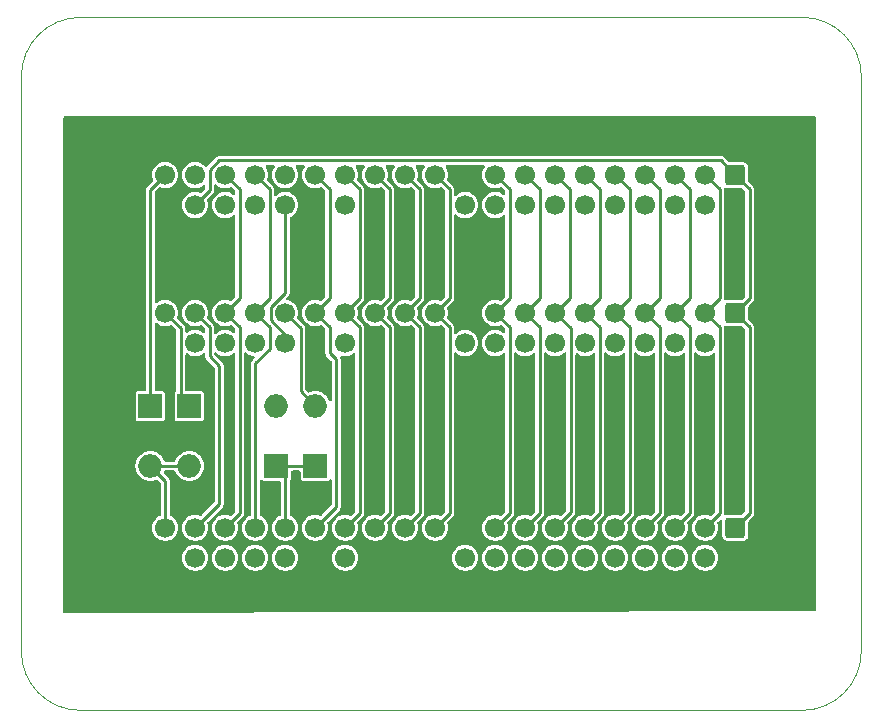
<source format=gbr>
G04 #@! TF.GenerationSoftware,KiCad,Pcbnew,8.0.4*
G04 #@! TF.CreationDate,2024-09-28T14:18:14+10:00*
G04 #@! TF.ProjectId,Amiga_4000_4IDE,416d6967-615f-4343-9030-305f34494445,rev?*
G04 #@! TF.SameCoordinates,Original*
G04 #@! TF.FileFunction,Copper,L1,Top*
G04 #@! TF.FilePolarity,Positive*
%FSLAX46Y46*%
G04 Gerber Fmt 4.6, Leading zero omitted, Abs format (unit mm)*
G04 Created by KiCad (PCBNEW 8.0.4) date 2024-09-28 14:18:14*
%MOMM*%
%LPD*%
G01*
G04 APERTURE LIST*
G04 Aperture macros list*
%AMRoundRect*
0 Rectangle with rounded corners*
0 $1 Rounding radius*
0 $2 $3 $4 $5 $6 $7 $8 $9 X,Y pos of 4 corners*
0 Add a 4 corners polygon primitive as box body*
4,1,4,$2,$3,$4,$5,$6,$7,$8,$9,$2,$3,0*
0 Add four circle primitives for the rounded corners*
1,1,$1+$1,$2,$3*
1,1,$1+$1,$4,$5*
1,1,$1+$1,$6,$7*
1,1,$1+$1,$8,$9*
0 Add four rect primitives between the rounded corners*
20,1,$1+$1,$2,$3,$4,$5,0*
20,1,$1+$1,$4,$5,$6,$7,0*
20,1,$1+$1,$6,$7,$8,$9,0*
20,1,$1+$1,$8,$9,$2,$3,0*%
G04 Aperture macros list end*
G04 #@! TA.AperFunction,Conductor*
%ADD10C,0.200000*%
G04 #@! TD*
G04 #@! TA.AperFunction,ComponentPad*
%ADD11R,2.000000X2.000000*%
G04 #@! TD*
G04 #@! TA.AperFunction,ComponentPad*
%ADD12O,2.000000X2.000000*%
G04 #@! TD*
G04 #@! TA.AperFunction,ComponentPad*
%ADD13RoundRect,0.250000X-0.600000X0.600000X-0.600000X-0.600000X0.600000X-0.600000X0.600000X0.600000X0*%
G04 #@! TD*
G04 #@! TA.AperFunction,ComponentPad*
%ADD14C,1.700000*%
G04 #@! TD*
G04 #@! TA.AperFunction,Conductor*
%ADD15C,0.250000*%
G04 #@! TD*
G04 #@! TA.AperFunction,Profile*
%ADD16C,0.050000*%
G04 #@! TD*
G04 APERTURE END LIST*
D10*
X114300000Y-91830000D02*
X117881400Y-91821000D01*
D11*
X106934000Y-86750000D03*
D12*
X106934000Y-91830000D03*
D11*
X103632000Y-86750000D03*
D12*
X103632000Y-91830000D03*
D11*
X117602000Y-91830000D03*
D12*
X117602000Y-86750000D03*
D13*
X153162000Y-78876000D03*
D14*
X153162000Y-81416000D03*
X150622000Y-78876000D03*
X150622000Y-81416000D03*
X148082000Y-78876000D03*
X148082000Y-81416000D03*
X145542000Y-78876000D03*
X145542000Y-81416000D03*
X143002000Y-78876000D03*
X143002000Y-81416000D03*
X140462000Y-78876000D03*
X140462000Y-81416000D03*
X137922000Y-78876000D03*
X137922000Y-81416000D03*
X135382000Y-78876000D03*
X135382000Y-81416000D03*
X132842000Y-78876000D03*
X132842000Y-81416000D03*
X130302000Y-78876000D03*
X130302000Y-81416000D03*
X127762000Y-78876000D03*
X127762000Y-81416000D03*
X125222000Y-78876000D03*
X125222000Y-81416000D03*
X122682000Y-78876000D03*
X122682000Y-81416000D03*
X120142000Y-78876000D03*
X120142000Y-81416000D03*
X117602000Y-78876000D03*
X117602000Y-81416000D03*
X115062000Y-78876000D03*
X115062000Y-81416000D03*
X112522000Y-78876000D03*
X112522000Y-81416000D03*
X109982000Y-78876000D03*
X109982000Y-81416000D03*
X107442000Y-78876000D03*
X107442000Y-81416000D03*
X104902000Y-78876000D03*
X104902000Y-81416000D03*
D13*
X153162000Y-97070000D03*
D14*
X153162000Y-99610000D03*
X150622000Y-97070000D03*
X150622000Y-99610000D03*
X148082000Y-97070000D03*
X148082000Y-99610000D03*
X145542000Y-97070000D03*
X145542000Y-99610000D03*
X143002000Y-97070000D03*
X143002000Y-99610000D03*
X140462000Y-97070000D03*
X140462000Y-99610000D03*
X137922000Y-97070000D03*
X137922000Y-99610000D03*
X135382000Y-97070000D03*
X135382000Y-99610000D03*
X132842000Y-97070000D03*
X132842000Y-99610000D03*
X130302000Y-97070000D03*
X130302000Y-99610000D03*
X127762000Y-97070000D03*
X127762000Y-99610000D03*
X125222000Y-97070000D03*
X125222000Y-99610000D03*
X122682000Y-97070000D03*
X122682000Y-99610000D03*
X120142000Y-97070000D03*
X120142000Y-99610000D03*
X117602000Y-97070000D03*
X117602000Y-99610000D03*
X115062000Y-97070000D03*
X115062000Y-99610000D03*
X112522000Y-97070000D03*
X112522000Y-99610000D03*
X109982000Y-97070000D03*
X109982000Y-99610000D03*
X107442000Y-97070000D03*
X107442000Y-99610000D03*
X104902000Y-97070000D03*
X104902000Y-99610000D03*
D13*
X153162000Y-67192000D03*
D14*
X153162000Y-69732000D03*
X150622000Y-67192000D03*
X150622000Y-69732000D03*
X148082000Y-67192000D03*
X148082000Y-69732000D03*
X145542000Y-67192000D03*
X145542000Y-69732000D03*
X143002000Y-67192000D03*
X143002000Y-69732000D03*
X140462000Y-67192000D03*
X140462000Y-69732000D03*
X137922000Y-67192000D03*
X137922000Y-69732000D03*
X135382000Y-67192000D03*
X135382000Y-69732000D03*
X132842000Y-67192000D03*
X132842000Y-69732000D03*
X130302000Y-67192000D03*
X130302000Y-69732000D03*
X127762000Y-67192000D03*
X127762000Y-69732000D03*
X125222000Y-67192000D03*
X125222000Y-69732000D03*
X122682000Y-67192000D03*
X122682000Y-69732000D03*
X120142000Y-67192000D03*
X120142000Y-69732000D03*
X117602000Y-67192000D03*
X117602000Y-69732000D03*
X115062000Y-67192000D03*
X115062000Y-69732000D03*
X112522000Y-67192000D03*
X112522000Y-69732000D03*
X109982000Y-67192000D03*
X109982000Y-69732000D03*
X107442000Y-67192000D03*
X107442000Y-69732000D03*
X104902000Y-67192000D03*
X104902000Y-69732000D03*
D11*
X114300000Y-91830000D03*
D12*
X114300000Y-86750000D03*
D15*
X115062000Y-92592000D02*
X114300000Y-91830000D01*
X115062000Y-97070000D02*
X115062000Y-92592000D01*
X114300000Y-91830000D02*
X117602000Y-91830000D01*
X116377000Y-85525000D02*
X117602000Y-86750000D01*
X115062000Y-78876000D02*
X116377000Y-80191000D01*
X116377000Y-80191000D02*
X116377000Y-85525000D01*
X104902000Y-97070000D02*
X104902000Y-93100000D01*
X104902000Y-93100000D02*
X103632000Y-91830000D01*
X103632000Y-91830000D02*
X106934000Y-91830000D01*
X106934000Y-86750000D02*
X106217000Y-86033000D01*
X106217000Y-86033000D02*
X106217000Y-80191000D01*
X106217000Y-80191000D02*
X104902000Y-78876000D01*
X105274000Y-78876000D02*
X105410000Y-78740000D01*
X104902000Y-78876000D02*
X105274000Y-78876000D01*
X103632000Y-68462000D02*
X104902000Y-67192000D01*
X103632000Y-86750000D02*
X103632000Y-68462000D01*
X130302000Y-78876000D02*
X131527000Y-77651000D01*
X131527000Y-68417000D02*
X130302000Y-67192000D01*
X130302000Y-97070000D02*
X131527000Y-95845000D01*
X131527000Y-95845000D02*
X131527000Y-80101000D01*
X131527000Y-80101000D02*
X130302000Y-78876000D01*
X131527000Y-77651000D02*
X131527000Y-68417000D01*
X126447000Y-68417000D02*
X125222000Y-67192000D01*
X126447000Y-80101000D02*
X125222000Y-78876000D01*
X126447000Y-95845000D02*
X126447000Y-80101000D01*
X126447000Y-77651000D02*
X126447000Y-68417000D01*
X125222000Y-97070000D02*
X126447000Y-95845000D01*
X125222000Y-78876000D02*
X126447000Y-77651000D01*
X154387000Y-80101000D02*
X153162000Y-78876000D01*
X153162000Y-78876000D02*
X154387000Y-77651000D01*
X109474588Y-65967000D02*
X108667000Y-66774588D01*
X108667000Y-66774588D02*
X108667000Y-68507000D01*
X108667000Y-68507000D02*
X107442000Y-69732000D01*
X154387000Y-77651000D02*
X154387000Y-68417000D01*
X154387000Y-95845000D02*
X154387000Y-80101000D01*
X154387000Y-68417000D02*
X153162000Y-67192000D01*
X153162000Y-97070000D02*
X154387000Y-95845000D01*
X153162000Y-67192000D02*
X151937000Y-65967000D01*
X151937000Y-65967000D02*
X109474588Y-65967000D01*
X146767000Y-80101000D02*
X145542000Y-78876000D01*
X145542000Y-78876000D02*
X146767000Y-77651000D01*
X145542000Y-97070000D02*
X146767000Y-95845000D01*
X146767000Y-77651000D02*
X146767000Y-68417000D01*
X146767000Y-68417000D02*
X145542000Y-67192000D01*
X146767000Y-95845000D02*
X146767000Y-80101000D01*
X139237000Y-80191000D02*
X137922000Y-78876000D01*
X139237000Y-95755000D02*
X139237000Y-80191000D01*
X139147000Y-77651000D02*
X139147000Y-68417000D01*
X139147000Y-68417000D02*
X137922000Y-67192000D01*
X137922000Y-97070000D02*
X139237000Y-95755000D01*
X137922000Y-78876000D02*
X139147000Y-77651000D01*
X141687000Y-77651000D02*
X141687000Y-68417000D01*
X141687000Y-68417000D02*
X140462000Y-67192000D01*
X141687000Y-95845000D02*
X141687000Y-80101000D01*
X141687000Y-80101000D02*
X140462000Y-78876000D01*
X140462000Y-97070000D02*
X141687000Y-95845000D01*
X140462000Y-78876000D02*
X141687000Y-77651000D01*
X111207000Y-68417000D02*
X109982000Y-67192000D01*
X109982000Y-97070000D02*
X111207000Y-95845000D01*
X111207000Y-95845000D02*
X111207000Y-80101000D01*
X111207000Y-80101000D02*
X109982000Y-78876000D01*
X109982000Y-78876000D02*
X111207000Y-77651000D01*
X111207000Y-77651000D02*
X111207000Y-68417000D01*
X109474000Y-95038000D02*
X109474000Y-83357000D01*
X108667000Y-80101000D02*
X107442000Y-78876000D01*
X109474000Y-83357000D02*
X108667000Y-82550000D01*
X108667000Y-82550000D02*
X108667000Y-80101000D01*
X107442000Y-97070000D02*
X109474000Y-95038000D01*
X135382000Y-78876000D02*
X136607000Y-77651000D01*
X136607000Y-68417000D02*
X135382000Y-67192000D01*
X136607000Y-77651000D02*
X136607000Y-68417000D01*
X136607000Y-95845000D02*
X136607000Y-80101000D01*
X136607000Y-80101000D02*
X135382000Y-78876000D01*
X135382000Y-97070000D02*
X136607000Y-95845000D01*
X123907000Y-68417000D02*
X122682000Y-67192000D01*
X122682000Y-78876000D02*
X123907000Y-77651000D01*
X123907000Y-80101000D02*
X122682000Y-78876000D01*
X123907000Y-95845000D02*
X123907000Y-80101000D01*
X122682000Y-97070000D02*
X123907000Y-95845000D01*
X123907000Y-77651000D02*
X123907000Y-68417000D01*
X113747000Y-68417000D02*
X112522000Y-67192000D01*
X112522000Y-83148412D02*
X113747000Y-81923412D01*
X113747000Y-77651000D02*
X113747000Y-68417000D01*
X113747000Y-80101000D02*
X112522000Y-78876000D01*
X112522000Y-78876000D02*
X113747000Y-77651000D01*
X112522000Y-97070000D02*
X112522000Y-83148412D01*
X113747000Y-81923412D02*
X113747000Y-80101000D01*
X119380000Y-95292000D02*
X119380000Y-82804000D01*
X118827000Y-80101000D02*
X117602000Y-78876000D01*
X119380000Y-82804000D02*
X118827000Y-82251000D01*
X117602000Y-78876000D02*
X118827000Y-77651000D01*
X118827000Y-82251000D02*
X118827000Y-80101000D01*
X118827000Y-68417000D02*
X117602000Y-67192000D01*
X117602000Y-97070000D02*
X119380000Y-95292000D01*
X118827000Y-77651000D02*
X118827000Y-68417000D01*
X148082000Y-78876000D02*
X149307000Y-77651000D01*
X149307000Y-80101000D02*
X148082000Y-78876000D01*
X149307000Y-68417000D02*
X148082000Y-67192000D01*
X149307000Y-95845000D02*
X149307000Y-80101000D01*
X149307000Y-77651000D02*
X149307000Y-68417000D01*
X148082000Y-97070000D02*
X149307000Y-95845000D01*
X128987000Y-68417000D02*
X127762000Y-67192000D01*
X127762000Y-78876000D02*
X128987000Y-77651000D01*
X128987000Y-80101000D02*
X127762000Y-78876000D01*
X127762000Y-97070000D02*
X128987000Y-95845000D01*
X128987000Y-77651000D02*
X128987000Y-68417000D01*
X128987000Y-95845000D02*
X128987000Y-80101000D01*
X121367000Y-95845000D02*
X121367000Y-80101000D01*
X121367000Y-80101000D02*
X120142000Y-78876000D01*
X120142000Y-78876000D02*
X121367000Y-77651000D01*
X121367000Y-68417000D02*
X120142000Y-67192000D01*
X120142000Y-97070000D02*
X121367000Y-95845000D01*
X121367000Y-77651000D02*
X121367000Y-68417000D01*
X134067000Y-95845000D02*
X134067000Y-80101000D01*
X134067000Y-77651000D02*
X134067000Y-68417000D01*
X132842000Y-97070000D02*
X134067000Y-95845000D01*
X132842000Y-78876000D02*
X134067000Y-77651000D01*
X134067000Y-80101000D02*
X132842000Y-78876000D01*
X134067000Y-68417000D02*
X132842000Y-67192000D01*
X113837000Y-78368588D02*
X113837000Y-79483894D01*
X115062000Y-69732000D02*
X115062000Y-77143588D01*
X113837000Y-79483894D02*
X115062000Y-80708894D01*
X115062000Y-77143588D02*
X113837000Y-78368588D01*
X115062000Y-80708894D02*
X115062000Y-81416000D01*
X143002000Y-97070000D02*
X144227000Y-95845000D01*
X144227000Y-80101000D02*
X143002000Y-78876000D01*
X143002000Y-78876000D02*
X144227000Y-77651000D01*
X144227000Y-77651000D02*
X144227000Y-68417000D01*
X144227000Y-68417000D02*
X143002000Y-67192000D01*
X144227000Y-95845000D02*
X144227000Y-80101000D01*
X150622000Y-78876000D02*
X151847000Y-77651000D01*
X151847000Y-95845000D02*
X151847000Y-80101000D01*
X151847000Y-80101000D02*
X150622000Y-78876000D01*
X151847000Y-68417000D02*
X150622000Y-67192000D01*
X150622000Y-97070000D02*
X151847000Y-95845000D01*
X151847000Y-77651000D02*
X151847000Y-68417000D01*
G04 #@! TA.AperFunction,Conductor*
G36*
X152389826Y-79945963D02*
G01*
X152454517Y-79970091D01*
X152514127Y-79976500D01*
X153680100Y-79976499D01*
X153747139Y-79996184D01*
X153767781Y-80012818D01*
X153975181Y-80220218D01*
X154008666Y-80281541D01*
X154011500Y-80307899D01*
X154011500Y-95638100D01*
X153991815Y-95705139D01*
X153975181Y-95725781D01*
X153767781Y-95933181D01*
X153706458Y-95966666D01*
X153680100Y-95969500D01*
X152514129Y-95969500D01*
X152514123Y-95969501D01*
X152454516Y-95975908D01*
X152389833Y-96000034D01*
X152320141Y-96005018D01*
X152258818Y-95971532D01*
X152225334Y-95910209D01*
X152222500Y-95883852D01*
X152222500Y-80062147D01*
X152242185Y-79995108D01*
X152294989Y-79949353D01*
X152364147Y-79939409D01*
X152389826Y-79945963D01*
G37*
G04 #@! TD.AperFunction*
G04 #@! TA.AperFunction,Conductor*
G36*
X114142482Y-66362185D02*
G01*
X114188237Y-66414989D01*
X114198181Y-66484147D01*
X114174397Y-66541227D01*
X114122327Y-66610178D01*
X114031422Y-66792739D01*
X114031417Y-66792752D01*
X113975602Y-66988917D01*
X113956785Y-67191999D01*
X113956785Y-67192000D01*
X113975602Y-67395082D01*
X114031417Y-67591247D01*
X114031422Y-67591260D01*
X114122327Y-67773821D01*
X114245237Y-67936581D01*
X114395958Y-68073980D01*
X114395960Y-68073982D01*
X114446901Y-68105523D01*
X114569363Y-68181348D01*
X114759544Y-68255024D01*
X114960024Y-68292500D01*
X114960026Y-68292500D01*
X115163974Y-68292500D01*
X115163976Y-68292500D01*
X115364456Y-68255024D01*
X115554637Y-68181348D01*
X115728041Y-68073981D01*
X115878764Y-67936579D01*
X116001673Y-67773821D01*
X116092582Y-67591250D01*
X116148397Y-67395083D01*
X116167215Y-67192000D01*
X116148397Y-66988917D01*
X116092582Y-66792750D01*
X116001673Y-66610179D01*
X115949603Y-66541227D01*
X115924911Y-66475865D01*
X115939476Y-66407531D01*
X115988674Y-66357918D01*
X116048557Y-66342500D01*
X116615443Y-66342500D01*
X116682482Y-66362185D01*
X116728237Y-66414989D01*
X116738181Y-66484147D01*
X116714397Y-66541227D01*
X116662327Y-66610178D01*
X116571422Y-66792739D01*
X116571417Y-66792752D01*
X116515602Y-66988917D01*
X116496785Y-67191999D01*
X116496785Y-67192000D01*
X116515602Y-67395082D01*
X116571417Y-67591247D01*
X116571422Y-67591260D01*
X116662327Y-67773821D01*
X116785237Y-67936581D01*
X116935958Y-68073980D01*
X116935960Y-68073982D01*
X116986901Y-68105523D01*
X117109363Y-68181348D01*
X117299544Y-68255024D01*
X117500024Y-68292500D01*
X117500026Y-68292500D01*
X117703974Y-68292500D01*
X117703976Y-68292500D01*
X117904456Y-68255024D01*
X117994556Y-68220118D01*
X118064174Y-68214256D01*
X118125914Y-68246965D01*
X118127027Y-68248064D01*
X118415181Y-68536218D01*
X118448666Y-68597541D01*
X118451500Y-68623899D01*
X118451500Y-77444100D01*
X118431815Y-77511139D01*
X118415181Y-77531781D01*
X118127028Y-77819933D01*
X118065705Y-77853418D01*
X117996013Y-77848434D01*
X117994554Y-77847879D01*
X117904461Y-77812977D01*
X117904456Y-77812976D01*
X117703976Y-77775500D01*
X117500024Y-77775500D01*
X117299544Y-77812976D01*
X117299541Y-77812976D01*
X117299541Y-77812977D01*
X117109364Y-77886651D01*
X117109357Y-77886655D01*
X116935960Y-77994017D01*
X116935958Y-77994019D01*
X116785237Y-78131418D01*
X116662327Y-78294178D01*
X116571422Y-78476739D01*
X116571417Y-78476752D01*
X116515602Y-78672917D01*
X116496785Y-78875999D01*
X116496785Y-78876000D01*
X116515602Y-79079082D01*
X116571417Y-79275247D01*
X116571422Y-79275260D01*
X116662327Y-79457821D01*
X116785237Y-79620581D01*
X116935958Y-79757980D01*
X116935960Y-79757982D01*
X117035141Y-79819392D01*
X117109363Y-79865348D01*
X117299544Y-79939024D01*
X117500024Y-79976500D01*
X117500026Y-79976500D01*
X117703974Y-79976500D01*
X117703976Y-79976500D01*
X117904456Y-79939024D01*
X117994556Y-79904118D01*
X118064174Y-79898256D01*
X118125914Y-79930965D01*
X118127027Y-79932064D01*
X118415181Y-80220218D01*
X118448666Y-80281541D01*
X118451500Y-80307899D01*
X118451500Y-82300436D01*
X118464277Y-82348123D01*
X118464295Y-82348185D01*
X118477091Y-82395940D01*
X118482522Y-82405347D01*
X118525060Y-82479024D01*
X118525061Y-82479025D01*
X118525060Y-82479025D01*
X118526521Y-82481556D01*
X118526528Y-82481565D01*
X118968181Y-82923218D01*
X119001666Y-82984541D01*
X119004500Y-83010899D01*
X119004500Y-86239406D01*
X118984815Y-86306445D01*
X118932011Y-86352200D01*
X118862853Y-86362144D01*
X118799297Y-86333119D01*
X118768118Y-86291811D01*
X118711829Y-86171101D01*
X118689102Y-86122362D01*
X118689100Y-86122359D01*
X118689099Y-86122357D01*
X118563599Y-85943124D01*
X118563596Y-85943121D01*
X118408877Y-85788402D01*
X118229639Y-85662898D01*
X118229640Y-85662898D01*
X118229638Y-85662897D01*
X118102135Y-85603442D01*
X118031330Y-85570425D01*
X118031326Y-85570424D01*
X118031322Y-85570422D01*
X117819977Y-85513793D01*
X117602002Y-85494723D01*
X117601998Y-85494723D01*
X117456682Y-85507436D01*
X117384023Y-85513793D01*
X117384020Y-85513793D01*
X117172677Y-85570422D01*
X117172663Y-85570427D01*
X117101863Y-85603442D01*
X117032785Y-85613934D01*
X116969002Y-85585414D01*
X116961778Y-85578741D01*
X116788819Y-85405782D01*
X116755334Y-85344459D01*
X116752500Y-85318101D01*
X116752500Y-80141567D01*
X116752500Y-80141565D01*
X116726910Y-80046062D01*
X116702192Y-80003250D01*
X116702192Y-80003249D01*
X116702190Y-80003247D01*
X116677475Y-79960437D01*
X116677474Y-79960436D01*
X116677471Y-79960432D01*
X116121709Y-79404672D01*
X116088224Y-79343349D01*
X116092666Y-79281234D01*
X116091013Y-79280764D01*
X116148397Y-79079082D01*
X116167215Y-78876000D01*
X116167215Y-78875999D01*
X116148397Y-78672917D01*
X116092582Y-78476750D01*
X116001673Y-78294179D01*
X115878764Y-78131421D01*
X115878762Y-78131418D01*
X115728041Y-77994019D01*
X115728039Y-77994017D01*
X115554642Y-77886655D01*
X115554635Y-77886651D01*
X115454552Y-77847879D01*
X115364456Y-77812976D01*
X115224309Y-77786778D01*
X115162030Y-77755111D01*
X115126757Y-77694798D01*
X115129691Y-77624990D01*
X115159413Y-77577211D01*
X115362475Y-77374150D01*
X115411911Y-77288525D01*
X115437500Y-77193024D01*
X115437500Y-77094152D01*
X115437500Y-70851668D01*
X115457185Y-70784629D01*
X115509989Y-70738874D01*
X115516679Y-70736052D01*
X115554637Y-70721348D01*
X115728041Y-70613981D01*
X115878764Y-70476579D01*
X116001673Y-70313821D01*
X116092582Y-70131250D01*
X116148397Y-69935083D01*
X116167215Y-69732000D01*
X116148397Y-69528917D01*
X116092582Y-69332750D01*
X116001673Y-69150179D01*
X115878764Y-68987421D01*
X115878762Y-68987418D01*
X115728041Y-68850019D01*
X115728039Y-68850017D01*
X115554642Y-68742655D01*
X115554635Y-68742651D01*
X115382414Y-68675933D01*
X115364456Y-68668976D01*
X115163976Y-68631500D01*
X114960024Y-68631500D01*
X114759544Y-68668976D01*
X114759541Y-68668976D01*
X114759541Y-68668977D01*
X114569364Y-68742651D01*
X114569357Y-68742655D01*
X114395960Y-68850017D01*
X114395957Y-68850019D01*
X114330038Y-68910113D01*
X114267234Y-68940730D01*
X114197847Y-68932532D01*
X114143907Y-68888122D01*
X114122539Y-68821600D01*
X114122500Y-68818476D01*
X114122500Y-68367562D01*
X114121027Y-68362065D01*
X114121027Y-68362066D01*
X114108968Y-68317062D01*
X114096911Y-68272063D01*
X114047475Y-68186438D01*
X113581708Y-67720671D01*
X113548224Y-67659349D01*
X113552666Y-67597234D01*
X113551013Y-67596764D01*
X113608397Y-67395082D01*
X113627215Y-67192000D01*
X113627215Y-67191999D01*
X113608397Y-66988917D01*
X113552582Y-66792750D01*
X113461673Y-66610179D01*
X113409603Y-66541227D01*
X113384911Y-66475865D01*
X113399476Y-66407531D01*
X113448674Y-66357918D01*
X113508557Y-66342500D01*
X114075443Y-66342500D01*
X114142482Y-66362185D01*
G37*
G04 #@! TD.AperFunction*
G04 #@! TA.AperFunction,Conductor*
G36*
X152389826Y-68261963D02*
G01*
X152454517Y-68286091D01*
X152514127Y-68292500D01*
X153680100Y-68292499D01*
X153747139Y-68312184D01*
X153767781Y-68328818D01*
X153975181Y-68536218D01*
X154008666Y-68597541D01*
X154011500Y-68623899D01*
X154011500Y-77444100D01*
X153991815Y-77511139D01*
X153975181Y-77531781D01*
X153767781Y-77739181D01*
X153706458Y-77772666D01*
X153680100Y-77775500D01*
X152514129Y-77775500D01*
X152514123Y-77775501D01*
X152454516Y-77781908D01*
X152389833Y-77806034D01*
X152320141Y-77811018D01*
X152258818Y-77777532D01*
X152225334Y-77716209D01*
X152222500Y-77689852D01*
X152222500Y-68378147D01*
X152242185Y-68311108D01*
X152294989Y-68265353D01*
X152364147Y-68255409D01*
X152389826Y-68261963D01*
G37*
G04 #@! TD.AperFunction*
G04 #@! TA.AperFunction,Conductor*
G36*
X159963039Y-62249685D02*
G01*
X160008794Y-62302489D01*
X160020000Y-62354000D01*
X160020000Y-104016263D01*
X160000315Y-104083302D01*
X159947511Y-104129057D01*
X159896265Y-104140263D01*
X96390265Y-104275734D01*
X96323183Y-104256192D01*
X96277316Y-104203486D01*
X96266000Y-104151734D01*
X96266000Y-99609999D01*
X106336785Y-99609999D01*
X106336785Y-99610000D01*
X106355602Y-99813082D01*
X106411417Y-100009247D01*
X106411422Y-100009260D01*
X106502327Y-100191821D01*
X106625237Y-100354581D01*
X106775958Y-100491980D01*
X106775960Y-100491982D01*
X106875141Y-100553392D01*
X106949363Y-100599348D01*
X107139544Y-100673024D01*
X107340024Y-100710500D01*
X107340026Y-100710500D01*
X107543974Y-100710500D01*
X107543976Y-100710500D01*
X107744456Y-100673024D01*
X107934637Y-100599348D01*
X108108041Y-100491981D01*
X108258764Y-100354579D01*
X108381673Y-100191821D01*
X108472582Y-100009250D01*
X108528397Y-99813083D01*
X108547215Y-99610000D01*
X108547215Y-99609999D01*
X108876785Y-99609999D01*
X108876785Y-99610000D01*
X108895602Y-99813082D01*
X108951417Y-100009247D01*
X108951422Y-100009260D01*
X109042327Y-100191821D01*
X109165237Y-100354581D01*
X109315958Y-100491980D01*
X109315960Y-100491982D01*
X109415141Y-100553392D01*
X109489363Y-100599348D01*
X109679544Y-100673024D01*
X109880024Y-100710500D01*
X109880026Y-100710500D01*
X110083974Y-100710500D01*
X110083976Y-100710500D01*
X110284456Y-100673024D01*
X110474637Y-100599348D01*
X110648041Y-100491981D01*
X110798764Y-100354579D01*
X110921673Y-100191821D01*
X111012582Y-100009250D01*
X111068397Y-99813083D01*
X111087215Y-99610000D01*
X111087215Y-99609999D01*
X111416785Y-99609999D01*
X111416785Y-99610000D01*
X111435602Y-99813082D01*
X111491417Y-100009247D01*
X111491422Y-100009260D01*
X111582327Y-100191821D01*
X111705237Y-100354581D01*
X111855958Y-100491980D01*
X111855960Y-100491982D01*
X111955141Y-100553392D01*
X112029363Y-100599348D01*
X112219544Y-100673024D01*
X112420024Y-100710500D01*
X112420026Y-100710500D01*
X112623974Y-100710500D01*
X112623976Y-100710500D01*
X112824456Y-100673024D01*
X113014637Y-100599348D01*
X113188041Y-100491981D01*
X113338764Y-100354579D01*
X113461673Y-100191821D01*
X113552582Y-100009250D01*
X113608397Y-99813083D01*
X113627215Y-99610000D01*
X113627215Y-99609999D01*
X113956785Y-99609999D01*
X113956785Y-99610000D01*
X113975602Y-99813082D01*
X114031417Y-100009247D01*
X114031422Y-100009260D01*
X114122327Y-100191821D01*
X114245237Y-100354581D01*
X114395958Y-100491980D01*
X114395960Y-100491982D01*
X114495141Y-100553392D01*
X114569363Y-100599348D01*
X114759544Y-100673024D01*
X114960024Y-100710500D01*
X114960026Y-100710500D01*
X115163974Y-100710500D01*
X115163976Y-100710500D01*
X115364456Y-100673024D01*
X115554637Y-100599348D01*
X115728041Y-100491981D01*
X115878764Y-100354579D01*
X116001673Y-100191821D01*
X116092582Y-100009250D01*
X116148397Y-99813083D01*
X116167215Y-99610000D01*
X116167215Y-99609999D01*
X119036785Y-99609999D01*
X119036785Y-99610000D01*
X119055602Y-99813082D01*
X119111417Y-100009247D01*
X119111422Y-100009260D01*
X119202327Y-100191821D01*
X119325237Y-100354581D01*
X119475958Y-100491980D01*
X119475960Y-100491982D01*
X119575141Y-100553392D01*
X119649363Y-100599348D01*
X119839544Y-100673024D01*
X120040024Y-100710500D01*
X120040026Y-100710500D01*
X120243974Y-100710500D01*
X120243976Y-100710500D01*
X120444456Y-100673024D01*
X120634637Y-100599348D01*
X120808041Y-100491981D01*
X120958764Y-100354579D01*
X121081673Y-100191821D01*
X121172582Y-100009250D01*
X121228397Y-99813083D01*
X121247215Y-99610000D01*
X121247215Y-99609999D01*
X129196785Y-99609999D01*
X129196785Y-99610000D01*
X129215602Y-99813082D01*
X129271417Y-100009247D01*
X129271422Y-100009260D01*
X129362327Y-100191821D01*
X129485237Y-100354581D01*
X129635958Y-100491980D01*
X129635960Y-100491982D01*
X129735141Y-100553392D01*
X129809363Y-100599348D01*
X129999544Y-100673024D01*
X130200024Y-100710500D01*
X130200026Y-100710500D01*
X130403974Y-100710500D01*
X130403976Y-100710500D01*
X130604456Y-100673024D01*
X130794637Y-100599348D01*
X130968041Y-100491981D01*
X131118764Y-100354579D01*
X131241673Y-100191821D01*
X131332582Y-100009250D01*
X131388397Y-99813083D01*
X131407215Y-99610000D01*
X131407215Y-99609999D01*
X131736785Y-99609999D01*
X131736785Y-99610000D01*
X131755602Y-99813082D01*
X131811417Y-100009247D01*
X131811422Y-100009260D01*
X131902327Y-100191821D01*
X132025237Y-100354581D01*
X132175958Y-100491980D01*
X132175960Y-100491982D01*
X132275141Y-100553392D01*
X132349363Y-100599348D01*
X132539544Y-100673024D01*
X132740024Y-100710500D01*
X132740026Y-100710500D01*
X132943974Y-100710500D01*
X132943976Y-100710500D01*
X133144456Y-100673024D01*
X133334637Y-100599348D01*
X133508041Y-100491981D01*
X133658764Y-100354579D01*
X133781673Y-100191821D01*
X133872582Y-100009250D01*
X133928397Y-99813083D01*
X133947215Y-99610000D01*
X133947215Y-99609999D01*
X134276785Y-99609999D01*
X134276785Y-99610000D01*
X134295602Y-99813082D01*
X134351417Y-100009247D01*
X134351422Y-100009260D01*
X134442327Y-100191821D01*
X134565237Y-100354581D01*
X134715958Y-100491980D01*
X134715960Y-100491982D01*
X134815141Y-100553392D01*
X134889363Y-100599348D01*
X135079544Y-100673024D01*
X135280024Y-100710500D01*
X135280026Y-100710500D01*
X135483974Y-100710500D01*
X135483976Y-100710500D01*
X135684456Y-100673024D01*
X135874637Y-100599348D01*
X136048041Y-100491981D01*
X136198764Y-100354579D01*
X136321673Y-100191821D01*
X136412582Y-100009250D01*
X136468397Y-99813083D01*
X136487215Y-99610000D01*
X136487215Y-99609999D01*
X136816785Y-99609999D01*
X136816785Y-99610000D01*
X136835602Y-99813082D01*
X136891417Y-100009247D01*
X136891422Y-100009260D01*
X136982327Y-100191821D01*
X137105237Y-100354581D01*
X137255958Y-100491980D01*
X137255960Y-100491982D01*
X137355141Y-100553392D01*
X137429363Y-100599348D01*
X137619544Y-100673024D01*
X137820024Y-100710500D01*
X137820026Y-100710500D01*
X138023974Y-100710500D01*
X138023976Y-100710500D01*
X138224456Y-100673024D01*
X138414637Y-100599348D01*
X138588041Y-100491981D01*
X138738764Y-100354579D01*
X138861673Y-100191821D01*
X138952582Y-100009250D01*
X139008397Y-99813083D01*
X139027215Y-99610000D01*
X139027215Y-99609999D01*
X139356785Y-99609999D01*
X139356785Y-99610000D01*
X139375602Y-99813082D01*
X139431417Y-100009247D01*
X139431422Y-100009260D01*
X139522327Y-100191821D01*
X139645237Y-100354581D01*
X139795958Y-100491980D01*
X139795960Y-100491982D01*
X139895141Y-100553392D01*
X139969363Y-100599348D01*
X140159544Y-100673024D01*
X140360024Y-100710500D01*
X140360026Y-100710500D01*
X140563974Y-100710500D01*
X140563976Y-100710500D01*
X140764456Y-100673024D01*
X140954637Y-100599348D01*
X141128041Y-100491981D01*
X141278764Y-100354579D01*
X141401673Y-100191821D01*
X141492582Y-100009250D01*
X141548397Y-99813083D01*
X141567215Y-99610000D01*
X141567215Y-99609999D01*
X141896785Y-99609999D01*
X141896785Y-99610000D01*
X141915602Y-99813082D01*
X141971417Y-100009247D01*
X141971422Y-100009260D01*
X142062327Y-100191821D01*
X142185237Y-100354581D01*
X142335958Y-100491980D01*
X142335960Y-100491982D01*
X142435141Y-100553392D01*
X142509363Y-100599348D01*
X142699544Y-100673024D01*
X142900024Y-100710500D01*
X142900026Y-100710500D01*
X143103974Y-100710500D01*
X143103976Y-100710500D01*
X143304456Y-100673024D01*
X143494637Y-100599348D01*
X143668041Y-100491981D01*
X143818764Y-100354579D01*
X143941673Y-100191821D01*
X144032582Y-100009250D01*
X144088397Y-99813083D01*
X144107215Y-99610000D01*
X144107215Y-99609999D01*
X144436785Y-99609999D01*
X144436785Y-99610000D01*
X144455602Y-99813082D01*
X144511417Y-100009247D01*
X144511422Y-100009260D01*
X144602327Y-100191821D01*
X144725237Y-100354581D01*
X144875958Y-100491980D01*
X144875960Y-100491982D01*
X144975141Y-100553392D01*
X145049363Y-100599348D01*
X145239544Y-100673024D01*
X145440024Y-100710500D01*
X145440026Y-100710500D01*
X145643974Y-100710500D01*
X145643976Y-100710500D01*
X145844456Y-100673024D01*
X146034637Y-100599348D01*
X146208041Y-100491981D01*
X146358764Y-100354579D01*
X146481673Y-100191821D01*
X146572582Y-100009250D01*
X146628397Y-99813083D01*
X146647215Y-99610000D01*
X146647215Y-99609999D01*
X146976785Y-99609999D01*
X146976785Y-99610000D01*
X146995602Y-99813082D01*
X147051417Y-100009247D01*
X147051422Y-100009260D01*
X147142327Y-100191821D01*
X147265237Y-100354581D01*
X147415958Y-100491980D01*
X147415960Y-100491982D01*
X147515141Y-100553392D01*
X147589363Y-100599348D01*
X147779544Y-100673024D01*
X147980024Y-100710500D01*
X147980026Y-100710500D01*
X148183974Y-100710500D01*
X148183976Y-100710500D01*
X148384456Y-100673024D01*
X148574637Y-100599348D01*
X148748041Y-100491981D01*
X148898764Y-100354579D01*
X149021673Y-100191821D01*
X149112582Y-100009250D01*
X149168397Y-99813083D01*
X149187215Y-99610000D01*
X149187215Y-99609999D01*
X149516785Y-99609999D01*
X149516785Y-99610000D01*
X149535602Y-99813082D01*
X149591417Y-100009247D01*
X149591422Y-100009260D01*
X149682327Y-100191821D01*
X149805237Y-100354581D01*
X149955958Y-100491980D01*
X149955960Y-100491982D01*
X150055141Y-100553392D01*
X150129363Y-100599348D01*
X150319544Y-100673024D01*
X150520024Y-100710500D01*
X150520026Y-100710500D01*
X150723974Y-100710500D01*
X150723976Y-100710500D01*
X150924456Y-100673024D01*
X151114637Y-100599348D01*
X151288041Y-100491981D01*
X151438764Y-100354579D01*
X151561673Y-100191821D01*
X151652582Y-100009250D01*
X151708397Y-99813083D01*
X151727215Y-99610000D01*
X151708397Y-99406917D01*
X151652582Y-99210750D01*
X151561673Y-99028179D01*
X151438764Y-98865421D01*
X151438762Y-98865418D01*
X151288041Y-98728019D01*
X151288039Y-98728017D01*
X151114642Y-98620655D01*
X151114635Y-98620651D01*
X151019546Y-98583814D01*
X150924456Y-98546976D01*
X150723976Y-98509500D01*
X150520024Y-98509500D01*
X150319544Y-98546976D01*
X150319541Y-98546976D01*
X150319541Y-98546977D01*
X150129364Y-98620651D01*
X150129357Y-98620655D01*
X149955960Y-98728017D01*
X149955958Y-98728019D01*
X149805237Y-98865418D01*
X149682327Y-99028178D01*
X149591422Y-99210739D01*
X149591417Y-99210752D01*
X149535602Y-99406917D01*
X149516785Y-99609999D01*
X149187215Y-99609999D01*
X149168397Y-99406917D01*
X149112582Y-99210750D01*
X149021673Y-99028179D01*
X148898764Y-98865421D01*
X148898762Y-98865418D01*
X148748041Y-98728019D01*
X148748039Y-98728017D01*
X148574642Y-98620655D01*
X148574635Y-98620651D01*
X148479546Y-98583814D01*
X148384456Y-98546976D01*
X148183976Y-98509500D01*
X147980024Y-98509500D01*
X147779544Y-98546976D01*
X147779541Y-98546976D01*
X147779541Y-98546977D01*
X147589364Y-98620651D01*
X147589357Y-98620655D01*
X147415960Y-98728017D01*
X147415958Y-98728019D01*
X147265237Y-98865418D01*
X147142327Y-99028178D01*
X147051422Y-99210739D01*
X147051417Y-99210752D01*
X146995602Y-99406917D01*
X146976785Y-99609999D01*
X146647215Y-99609999D01*
X146628397Y-99406917D01*
X146572582Y-99210750D01*
X146481673Y-99028179D01*
X146358764Y-98865421D01*
X146358762Y-98865418D01*
X146208041Y-98728019D01*
X146208039Y-98728017D01*
X146034642Y-98620655D01*
X146034635Y-98620651D01*
X145939546Y-98583814D01*
X145844456Y-98546976D01*
X145643976Y-98509500D01*
X145440024Y-98509500D01*
X145239544Y-98546976D01*
X145239541Y-98546976D01*
X145239541Y-98546977D01*
X145049364Y-98620651D01*
X145049357Y-98620655D01*
X144875960Y-98728017D01*
X144875958Y-98728019D01*
X144725237Y-98865418D01*
X144602327Y-99028178D01*
X144511422Y-99210739D01*
X144511417Y-99210752D01*
X144455602Y-99406917D01*
X144436785Y-99609999D01*
X144107215Y-99609999D01*
X144088397Y-99406917D01*
X144032582Y-99210750D01*
X143941673Y-99028179D01*
X143818764Y-98865421D01*
X143818762Y-98865418D01*
X143668041Y-98728019D01*
X143668039Y-98728017D01*
X143494642Y-98620655D01*
X143494635Y-98620651D01*
X143399546Y-98583814D01*
X143304456Y-98546976D01*
X143103976Y-98509500D01*
X142900024Y-98509500D01*
X142699544Y-98546976D01*
X142699541Y-98546976D01*
X142699541Y-98546977D01*
X142509364Y-98620651D01*
X142509357Y-98620655D01*
X142335960Y-98728017D01*
X142335958Y-98728019D01*
X142185237Y-98865418D01*
X142062327Y-99028178D01*
X141971422Y-99210739D01*
X141971417Y-99210752D01*
X141915602Y-99406917D01*
X141896785Y-99609999D01*
X141567215Y-99609999D01*
X141548397Y-99406917D01*
X141492582Y-99210750D01*
X141401673Y-99028179D01*
X141278764Y-98865421D01*
X141278762Y-98865418D01*
X141128041Y-98728019D01*
X141128039Y-98728017D01*
X140954642Y-98620655D01*
X140954635Y-98620651D01*
X140859546Y-98583814D01*
X140764456Y-98546976D01*
X140563976Y-98509500D01*
X140360024Y-98509500D01*
X140159544Y-98546976D01*
X140159541Y-98546976D01*
X140159541Y-98546977D01*
X139969364Y-98620651D01*
X139969357Y-98620655D01*
X139795960Y-98728017D01*
X139795958Y-98728019D01*
X139645237Y-98865418D01*
X139522327Y-99028178D01*
X139431422Y-99210739D01*
X139431417Y-99210752D01*
X139375602Y-99406917D01*
X139356785Y-99609999D01*
X139027215Y-99609999D01*
X139008397Y-99406917D01*
X138952582Y-99210750D01*
X138861673Y-99028179D01*
X138738764Y-98865421D01*
X138738762Y-98865418D01*
X138588041Y-98728019D01*
X138588039Y-98728017D01*
X138414642Y-98620655D01*
X138414635Y-98620651D01*
X138319546Y-98583814D01*
X138224456Y-98546976D01*
X138023976Y-98509500D01*
X137820024Y-98509500D01*
X137619544Y-98546976D01*
X137619541Y-98546976D01*
X137619541Y-98546977D01*
X137429364Y-98620651D01*
X137429357Y-98620655D01*
X137255960Y-98728017D01*
X137255958Y-98728019D01*
X137105237Y-98865418D01*
X136982327Y-99028178D01*
X136891422Y-99210739D01*
X136891417Y-99210752D01*
X136835602Y-99406917D01*
X136816785Y-99609999D01*
X136487215Y-99609999D01*
X136468397Y-99406917D01*
X136412582Y-99210750D01*
X136321673Y-99028179D01*
X136198764Y-98865421D01*
X136198762Y-98865418D01*
X136048041Y-98728019D01*
X136048039Y-98728017D01*
X135874642Y-98620655D01*
X135874635Y-98620651D01*
X135779546Y-98583814D01*
X135684456Y-98546976D01*
X135483976Y-98509500D01*
X135280024Y-98509500D01*
X135079544Y-98546976D01*
X135079541Y-98546976D01*
X135079541Y-98546977D01*
X134889364Y-98620651D01*
X134889357Y-98620655D01*
X134715960Y-98728017D01*
X134715958Y-98728019D01*
X134565237Y-98865418D01*
X134442327Y-99028178D01*
X134351422Y-99210739D01*
X134351417Y-99210752D01*
X134295602Y-99406917D01*
X134276785Y-99609999D01*
X133947215Y-99609999D01*
X133928397Y-99406917D01*
X133872582Y-99210750D01*
X133781673Y-99028179D01*
X133658764Y-98865421D01*
X133658762Y-98865418D01*
X133508041Y-98728019D01*
X133508039Y-98728017D01*
X133334642Y-98620655D01*
X133334635Y-98620651D01*
X133239546Y-98583814D01*
X133144456Y-98546976D01*
X132943976Y-98509500D01*
X132740024Y-98509500D01*
X132539544Y-98546976D01*
X132539541Y-98546976D01*
X132539541Y-98546977D01*
X132349364Y-98620651D01*
X132349357Y-98620655D01*
X132175960Y-98728017D01*
X132175958Y-98728019D01*
X132025237Y-98865418D01*
X131902327Y-99028178D01*
X131811422Y-99210739D01*
X131811417Y-99210752D01*
X131755602Y-99406917D01*
X131736785Y-99609999D01*
X131407215Y-99609999D01*
X131388397Y-99406917D01*
X131332582Y-99210750D01*
X131241673Y-99028179D01*
X131118764Y-98865421D01*
X131118762Y-98865418D01*
X130968041Y-98728019D01*
X130968039Y-98728017D01*
X130794642Y-98620655D01*
X130794635Y-98620651D01*
X130699546Y-98583814D01*
X130604456Y-98546976D01*
X130403976Y-98509500D01*
X130200024Y-98509500D01*
X129999544Y-98546976D01*
X129999541Y-98546976D01*
X129999541Y-98546977D01*
X129809364Y-98620651D01*
X129809357Y-98620655D01*
X129635960Y-98728017D01*
X129635958Y-98728019D01*
X129485237Y-98865418D01*
X129362327Y-99028178D01*
X129271422Y-99210739D01*
X129271417Y-99210752D01*
X129215602Y-99406917D01*
X129196785Y-99609999D01*
X121247215Y-99609999D01*
X121228397Y-99406917D01*
X121172582Y-99210750D01*
X121081673Y-99028179D01*
X120958764Y-98865421D01*
X120958762Y-98865418D01*
X120808041Y-98728019D01*
X120808039Y-98728017D01*
X120634642Y-98620655D01*
X120634635Y-98620651D01*
X120539546Y-98583814D01*
X120444456Y-98546976D01*
X120243976Y-98509500D01*
X120040024Y-98509500D01*
X119839544Y-98546976D01*
X119839541Y-98546976D01*
X119839541Y-98546977D01*
X119649364Y-98620651D01*
X119649357Y-98620655D01*
X119475960Y-98728017D01*
X119475958Y-98728019D01*
X119325237Y-98865418D01*
X119202327Y-99028178D01*
X119111422Y-99210739D01*
X119111417Y-99210752D01*
X119055602Y-99406917D01*
X119036785Y-99609999D01*
X116167215Y-99609999D01*
X116148397Y-99406917D01*
X116092582Y-99210750D01*
X116001673Y-99028179D01*
X115878764Y-98865421D01*
X115878762Y-98865418D01*
X115728041Y-98728019D01*
X115728039Y-98728017D01*
X115554642Y-98620655D01*
X115554635Y-98620651D01*
X115459546Y-98583814D01*
X115364456Y-98546976D01*
X115163976Y-98509500D01*
X114960024Y-98509500D01*
X114759544Y-98546976D01*
X114759541Y-98546976D01*
X114759541Y-98546977D01*
X114569364Y-98620651D01*
X114569357Y-98620655D01*
X114395960Y-98728017D01*
X114395958Y-98728019D01*
X114245237Y-98865418D01*
X114122327Y-99028178D01*
X114031422Y-99210739D01*
X114031417Y-99210752D01*
X113975602Y-99406917D01*
X113956785Y-99609999D01*
X113627215Y-99609999D01*
X113608397Y-99406917D01*
X113552582Y-99210750D01*
X113461673Y-99028179D01*
X113338764Y-98865421D01*
X113338762Y-98865418D01*
X113188041Y-98728019D01*
X113188039Y-98728017D01*
X113014642Y-98620655D01*
X113014635Y-98620651D01*
X112919546Y-98583814D01*
X112824456Y-98546976D01*
X112623976Y-98509500D01*
X112420024Y-98509500D01*
X112219544Y-98546976D01*
X112219541Y-98546976D01*
X112219541Y-98546977D01*
X112029364Y-98620651D01*
X112029357Y-98620655D01*
X111855960Y-98728017D01*
X111855958Y-98728019D01*
X111705237Y-98865418D01*
X111582327Y-99028178D01*
X111491422Y-99210739D01*
X111491417Y-99210752D01*
X111435602Y-99406917D01*
X111416785Y-99609999D01*
X111087215Y-99609999D01*
X111068397Y-99406917D01*
X111012582Y-99210750D01*
X110921673Y-99028179D01*
X110798764Y-98865421D01*
X110798762Y-98865418D01*
X110648041Y-98728019D01*
X110648039Y-98728017D01*
X110474642Y-98620655D01*
X110474635Y-98620651D01*
X110379546Y-98583814D01*
X110284456Y-98546976D01*
X110083976Y-98509500D01*
X109880024Y-98509500D01*
X109679544Y-98546976D01*
X109679541Y-98546976D01*
X109679541Y-98546977D01*
X109489364Y-98620651D01*
X109489357Y-98620655D01*
X109315960Y-98728017D01*
X109315958Y-98728019D01*
X109165237Y-98865418D01*
X109042327Y-99028178D01*
X108951422Y-99210739D01*
X108951417Y-99210752D01*
X108895602Y-99406917D01*
X108876785Y-99609999D01*
X108547215Y-99609999D01*
X108528397Y-99406917D01*
X108472582Y-99210750D01*
X108381673Y-99028179D01*
X108258764Y-98865421D01*
X108258762Y-98865418D01*
X108108041Y-98728019D01*
X108108039Y-98728017D01*
X107934642Y-98620655D01*
X107934635Y-98620651D01*
X107839546Y-98583814D01*
X107744456Y-98546976D01*
X107543976Y-98509500D01*
X107340024Y-98509500D01*
X107139544Y-98546976D01*
X107139541Y-98546976D01*
X107139541Y-98546977D01*
X106949364Y-98620651D01*
X106949357Y-98620655D01*
X106775960Y-98728017D01*
X106775958Y-98728019D01*
X106625237Y-98865418D01*
X106502327Y-99028178D01*
X106411422Y-99210739D01*
X106411417Y-99210752D01*
X106355602Y-99406917D01*
X106336785Y-99609999D01*
X96266000Y-99609999D01*
X96266000Y-91829997D01*
X102376723Y-91829997D01*
X102376723Y-91830002D01*
X102395793Y-92047975D01*
X102395793Y-92047979D01*
X102452422Y-92259322D01*
X102452424Y-92259326D01*
X102452425Y-92259330D01*
X102489672Y-92339206D01*
X102544897Y-92457638D01*
X102544898Y-92457639D01*
X102670402Y-92636877D01*
X102825123Y-92791598D01*
X103004361Y-92917102D01*
X103202670Y-93009575D01*
X103202676Y-93009576D01*
X103202677Y-93009577D01*
X103231810Y-93017383D01*
X103414023Y-93066207D01*
X103596926Y-93082208D01*
X103631998Y-93085277D01*
X103632000Y-93085277D01*
X103632002Y-93085277D01*
X103660254Y-93082805D01*
X103849977Y-93066207D01*
X104061330Y-93009575D01*
X104132137Y-92976556D01*
X104201212Y-92966065D01*
X104264996Y-92994584D01*
X104272221Y-93001258D01*
X104490181Y-93219218D01*
X104523666Y-93280541D01*
X104526500Y-93306899D01*
X104526500Y-95950330D01*
X104506815Y-96017369D01*
X104454011Y-96063124D01*
X104447295Y-96065956D01*
X104409371Y-96080647D01*
X104409359Y-96080653D01*
X104235960Y-96188017D01*
X104235958Y-96188019D01*
X104085237Y-96325418D01*
X103962327Y-96488178D01*
X103871422Y-96670739D01*
X103871417Y-96670752D01*
X103815602Y-96866917D01*
X103796785Y-97069999D01*
X103796785Y-97070000D01*
X103815602Y-97273082D01*
X103871417Y-97469247D01*
X103871422Y-97469260D01*
X103962327Y-97651821D01*
X104085237Y-97814581D01*
X104235958Y-97951980D01*
X104235960Y-97951982D01*
X104335141Y-98013392D01*
X104409363Y-98059348D01*
X104599544Y-98133024D01*
X104800024Y-98170500D01*
X104800026Y-98170500D01*
X105003974Y-98170500D01*
X105003976Y-98170500D01*
X105204456Y-98133024D01*
X105394637Y-98059348D01*
X105568041Y-97951981D01*
X105718764Y-97814579D01*
X105841673Y-97651821D01*
X105932582Y-97469250D01*
X105988397Y-97273083D01*
X106007215Y-97070000D01*
X105988397Y-96866917D01*
X105932582Y-96670750D01*
X105841673Y-96488179D01*
X105718764Y-96325421D01*
X105718762Y-96325418D01*
X105568041Y-96188019D01*
X105568039Y-96188017D01*
X105394640Y-96080653D01*
X105394628Y-96080647D01*
X105356705Y-96065956D01*
X105301304Y-96023383D01*
X105277714Y-95957616D01*
X105277500Y-95950330D01*
X105277500Y-93050567D01*
X105277500Y-93050565D01*
X105251910Y-92955062D01*
X105202475Y-92869438D01*
X105132562Y-92799525D01*
X104803258Y-92470221D01*
X104769773Y-92408898D01*
X104774757Y-92339206D01*
X104778558Y-92330134D01*
X104803292Y-92277094D01*
X104849465Y-92224655D01*
X104915673Y-92205500D01*
X105650327Y-92205500D01*
X105717366Y-92225185D01*
X105762709Y-92277095D01*
X105846897Y-92457638D01*
X105846898Y-92457639D01*
X105972402Y-92636877D01*
X106127123Y-92791598D01*
X106306361Y-92917102D01*
X106504670Y-93009575D01*
X106504676Y-93009576D01*
X106504677Y-93009577D01*
X106533810Y-93017383D01*
X106716023Y-93066207D01*
X106898926Y-93082208D01*
X106933998Y-93085277D01*
X106934000Y-93085277D01*
X106934002Y-93085277D01*
X106962254Y-93082805D01*
X107151977Y-93066207D01*
X107363330Y-93009575D01*
X107561639Y-92917102D01*
X107740877Y-92791598D01*
X107895598Y-92636877D01*
X108021102Y-92457639D01*
X108113575Y-92259330D01*
X108170207Y-92047977D01*
X108189277Y-91830000D01*
X108170207Y-91612023D01*
X108113575Y-91400670D01*
X108021102Y-91202362D01*
X108021100Y-91202359D01*
X108021099Y-91202357D01*
X107895599Y-91023124D01*
X107895596Y-91023121D01*
X107740877Y-90868402D01*
X107561639Y-90742898D01*
X107561640Y-90742898D01*
X107561638Y-90742897D01*
X107440528Y-90686423D01*
X107363330Y-90650425D01*
X107363326Y-90650424D01*
X107363322Y-90650422D01*
X107151977Y-90593793D01*
X106934002Y-90574723D01*
X106933998Y-90574723D01*
X106788682Y-90587436D01*
X106716023Y-90593793D01*
X106716020Y-90593793D01*
X106504677Y-90650422D01*
X106504668Y-90650426D01*
X106306361Y-90742898D01*
X106306357Y-90742900D01*
X106127121Y-90868402D01*
X105972402Y-91023121D01*
X105846900Y-91202357D01*
X105846898Y-91202361D01*
X105762709Y-91382905D01*
X105716536Y-91435344D01*
X105650327Y-91454500D01*
X104915673Y-91454500D01*
X104848634Y-91434815D01*
X104803291Y-91382905D01*
X104778854Y-91330500D01*
X104719102Y-91202362D01*
X104719100Y-91202359D01*
X104719099Y-91202357D01*
X104593599Y-91023124D01*
X104593596Y-91023121D01*
X104438877Y-90868402D01*
X104259639Y-90742898D01*
X104259640Y-90742898D01*
X104259638Y-90742897D01*
X104138528Y-90686423D01*
X104061330Y-90650425D01*
X104061326Y-90650424D01*
X104061322Y-90650422D01*
X103849977Y-90593793D01*
X103632002Y-90574723D01*
X103631998Y-90574723D01*
X103486682Y-90587436D01*
X103414023Y-90593793D01*
X103414020Y-90593793D01*
X103202677Y-90650422D01*
X103202668Y-90650426D01*
X103004361Y-90742898D01*
X103004357Y-90742900D01*
X102825121Y-90868402D01*
X102670402Y-91023121D01*
X102544900Y-91202357D01*
X102544898Y-91202361D01*
X102452426Y-91400668D01*
X102452422Y-91400677D01*
X102395793Y-91612020D01*
X102395793Y-91612024D01*
X102376723Y-91829997D01*
X96266000Y-91829997D01*
X96266000Y-85725321D01*
X102381500Y-85725321D01*
X102381500Y-87774678D01*
X102396032Y-87847735D01*
X102396033Y-87847739D01*
X102396034Y-87847740D01*
X102451399Y-87930601D01*
X102534260Y-87985966D01*
X102534264Y-87985967D01*
X102607321Y-88000499D01*
X102607324Y-88000500D01*
X102607326Y-88000500D01*
X104656676Y-88000500D01*
X104656677Y-88000499D01*
X104729740Y-87985966D01*
X104812601Y-87930601D01*
X104867966Y-87847740D01*
X104882500Y-87774674D01*
X104882500Y-85725326D01*
X104882500Y-85725323D01*
X104882499Y-85725321D01*
X104867967Y-85652264D01*
X104867966Y-85652260D01*
X104859865Y-85640136D01*
X104812601Y-85569399D01*
X104729740Y-85514034D01*
X104729739Y-85514033D01*
X104729735Y-85514032D01*
X104656677Y-85499500D01*
X104656674Y-85499500D01*
X104131500Y-85499500D01*
X104064461Y-85479815D01*
X104018706Y-85427011D01*
X104007500Y-85375500D01*
X104007500Y-79830546D01*
X104027185Y-79763507D01*
X104079989Y-79717752D01*
X104149147Y-79707808D01*
X104212703Y-79736833D01*
X104215039Y-79738910D01*
X104235957Y-79757980D01*
X104235960Y-79757982D01*
X104335141Y-79819392D01*
X104409363Y-79865348D01*
X104599544Y-79939024D01*
X104800024Y-79976500D01*
X104800026Y-79976500D01*
X105003974Y-79976500D01*
X105003976Y-79976500D01*
X105204456Y-79939024D01*
X105294556Y-79904118D01*
X105364174Y-79898256D01*
X105425914Y-79930965D01*
X105427027Y-79932064D01*
X105805181Y-80310218D01*
X105838666Y-80371541D01*
X105841500Y-80397899D01*
X105841500Y-85444253D01*
X105821815Y-85511292D01*
X105786390Y-85547355D01*
X105753400Y-85569397D01*
X105698033Y-85652260D01*
X105698032Y-85652264D01*
X105683500Y-85725321D01*
X105683500Y-87774678D01*
X105698032Y-87847735D01*
X105698033Y-87847739D01*
X105698034Y-87847740D01*
X105753399Y-87930601D01*
X105836260Y-87985966D01*
X105836264Y-87985967D01*
X105909321Y-88000499D01*
X105909324Y-88000500D01*
X105909326Y-88000500D01*
X107958676Y-88000500D01*
X107958677Y-88000499D01*
X108031740Y-87985966D01*
X108114601Y-87930601D01*
X108169966Y-87847740D01*
X108184500Y-87774674D01*
X108184500Y-85725326D01*
X108184500Y-85725323D01*
X108184499Y-85725321D01*
X108169967Y-85652264D01*
X108169966Y-85652260D01*
X108161865Y-85640136D01*
X108114601Y-85569399D01*
X108031740Y-85514034D01*
X108031739Y-85514033D01*
X108031735Y-85514032D01*
X107958677Y-85499500D01*
X107958674Y-85499500D01*
X106716500Y-85499500D01*
X106649461Y-85479815D01*
X106603706Y-85427011D01*
X106592500Y-85375500D01*
X106592500Y-82407010D01*
X106612185Y-82339971D01*
X106664989Y-82294216D01*
X106734147Y-82284272D01*
X106781774Y-82301581D01*
X106949363Y-82405348D01*
X107139544Y-82479024D01*
X107340024Y-82516500D01*
X107340026Y-82516500D01*
X107543974Y-82516500D01*
X107543976Y-82516500D01*
X107744456Y-82479024D01*
X107934637Y-82405348D01*
X108102224Y-82301582D01*
X108169583Y-82283027D01*
X108236282Y-82303835D01*
X108281144Y-82357401D01*
X108291500Y-82407010D01*
X108291500Y-82599435D01*
X108317090Y-82694938D01*
X108317091Y-82694939D01*
X108317091Y-82694940D01*
X108366526Y-82780563D01*
X109062181Y-83476218D01*
X109095666Y-83537541D01*
X109098500Y-83563899D01*
X109098500Y-94831100D01*
X109078815Y-94898139D01*
X109062181Y-94918781D01*
X107967028Y-96013933D01*
X107905705Y-96047418D01*
X107836013Y-96042434D01*
X107834554Y-96041879D01*
X107744461Y-96006977D01*
X107744456Y-96006976D01*
X107543976Y-95969500D01*
X107340024Y-95969500D01*
X107139544Y-96006976D01*
X107139541Y-96006976D01*
X107139541Y-96006977D01*
X106949364Y-96080651D01*
X106949357Y-96080655D01*
X106775960Y-96188017D01*
X106775958Y-96188019D01*
X106625237Y-96325418D01*
X106502327Y-96488178D01*
X106411422Y-96670739D01*
X106411417Y-96670752D01*
X106355602Y-96866917D01*
X106336785Y-97069999D01*
X106336785Y-97070000D01*
X106355602Y-97273082D01*
X106411417Y-97469247D01*
X106411422Y-97469260D01*
X106502327Y-97651821D01*
X106625237Y-97814581D01*
X106775958Y-97951980D01*
X106775960Y-97951982D01*
X106875141Y-98013392D01*
X106949363Y-98059348D01*
X107139544Y-98133024D01*
X107340024Y-98170500D01*
X107340026Y-98170500D01*
X107543974Y-98170500D01*
X107543976Y-98170500D01*
X107744456Y-98133024D01*
X107934637Y-98059348D01*
X108108041Y-97951981D01*
X108258764Y-97814579D01*
X108381673Y-97651821D01*
X108472582Y-97469250D01*
X108528397Y-97273083D01*
X108547215Y-97070000D01*
X108528397Y-96866917D01*
X108472582Y-96670750D01*
X108472581Y-96670748D01*
X108471013Y-96665237D01*
X108472994Y-96664673D01*
X108467902Y-96604174D01*
X108500614Y-96542435D01*
X108501627Y-96541408D01*
X109774474Y-95268563D01*
X109774475Y-95268562D01*
X109823910Y-95182938D01*
X109849500Y-95087435D01*
X109849500Y-83307565D01*
X109823910Y-83212062D01*
X109774475Y-83126438D01*
X109704562Y-83056525D01*
X109078819Y-82430782D01*
X109045334Y-82369459D01*
X109042500Y-82343101D01*
X109042500Y-82329523D01*
X109062185Y-82262484D01*
X109114989Y-82216729D01*
X109184147Y-82206785D01*
X109247703Y-82235810D01*
X109249993Y-82237845D01*
X109315959Y-82297981D01*
X109315961Y-82297982D01*
X109315962Y-82297983D01*
X109361854Y-82326398D01*
X109489363Y-82405348D01*
X109679544Y-82479024D01*
X109880024Y-82516500D01*
X109880026Y-82516500D01*
X110083974Y-82516500D01*
X110083976Y-82516500D01*
X110284456Y-82479024D01*
X110474637Y-82405348D01*
X110642224Y-82301582D01*
X110709583Y-82283027D01*
X110776282Y-82303835D01*
X110821144Y-82357401D01*
X110831500Y-82407010D01*
X110831500Y-95638100D01*
X110811815Y-95705139D01*
X110795181Y-95725781D01*
X110507028Y-96013933D01*
X110445705Y-96047418D01*
X110376013Y-96042434D01*
X110374554Y-96041879D01*
X110284461Y-96006977D01*
X110284456Y-96006976D01*
X110083976Y-95969500D01*
X109880024Y-95969500D01*
X109679544Y-96006976D01*
X109679541Y-96006976D01*
X109679541Y-96006977D01*
X109489364Y-96080651D01*
X109489357Y-96080655D01*
X109315960Y-96188017D01*
X109315958Y-96188019D01*
X109165237Y-96325418D01*
X109042327Y-96488178D01*
X108951422Y-96670739D01*
X108951417Y-96670752D01*
X108895602Y-96866917D01*
X108876785Y-97069999D01*
X108876785Y-97070000D01*
X108895602Y-97273082D01*
X108951417Y-97469247D01*
X108951422Y-97469260D01*
X109042327Y-97651821D01*
X109165237Y-97814581D01*
X109315958Y-97951980D01*
X109315960Y-97951982D01*
X109415141Y-98013392D01*
X109489363Y-98059348D01*
X109679544Y-98133024D01*
X109880024Y-98170500D01*
X109880026Y-98170500D01*
X110083974Y-98170500D01*
X110083976Y-98170500D01*
X110284456Y-98133024D01*
X110474637Y-98059348D01*
X110648041Y-97951981D01*
X110798764Y-97814579D01*
X110921673Y-97651821D01*
X111012582Y-97469250D01*
X111068397Y-97273083D01*
X111087215Y-97070000D01*
X111068397Y-96866917D01*
X111012582Y-96670750D01*
X111012581Y-96670748D01*
X111011013Y-96665237D01*
X111012994Y-96664673D01*
X111007902Y-96604174D01*
X111040614Y-96542435D01*
X111041621Y-96541414D01*
X111507475Y-96075562D01*
X111556911Y-95989937D01*
X111582500Y-95894436D01*
X111582500Y-95795564D01*
X111582500Y-82329523D01*
X111602185Y-82262484D01*
X111654989Y-82216729D01*
X111724147Y-82206785D01*
X111787703Y-82235810D01*
X111789993Y-82237845D01*
X111855959Y-82297981D01*
X111855961Y-82297982D01*
X111855962Y-82297983D01*
X111901854Y-82326398D01*
X112029363Y-82405348D01*
X112163415Y-82457279D01*
X112219538Y-82479022D01*
X112219544Y-82479024D01*
X112359690Y-82505221D01*
X112421968Y-82536888D01*
X112457242Y-82597200D01*
X112454309Y-82667008D01*
X112424585Y-82714790D01*
X112291438Y-82847937D01*
X112221526Y-82917848D01*
X112172091Y-83003471D01*
X112172091Y-83003472D01*
X112172090Y-83003474D01*
X112146500Y-83098977D01*
X112146500Y-83098979D01*
X112146500Y-95950330D01*
X112126815Y-96017369D01*
X112074011Y-96063124D01*
X112067295Y-96065956D01*
X112029371Y-96080647D01*
X112029359Y-96080653D01*
X111855960Y-96188017D01*
X111855958Y-96188019D01*
X111705237Y-96325418D01*
X111582327Y-96488178D01*
X111491422Y-96670739D01*
X111491417Y-96670752D01*
X111435602Y-96866917D01*
X111416785Y-97069999D01*
X111416785Y-97070000D01*
X111435602Y-97273082D01*
X111491417Y-97469247D01*
X111491422Y-97469260D01*
X111582327Y-97651821D01*
X111705237Y-97814581D01*
X111855958Y-97951980D01*
X111855960Y-97951982D01*
X111955141Y-98013392D01*
X112029363Y-98059348D01*
X112219544Y-98133024D01*
X112420024Y-98170500D01*
X112420026Y-98170500D01*
X112623974Y-98170500D01*
X112623976Y-98170500D01*
X112824456Y-98133024D01*
X113014637Y-98059348D01*
X113188041Y-97951981D01*
X113338764Y-97814579D01*
X113461673Y-97651821D01*
X113552582Y-97469250D01*
X113608397Y-97273083D01*
X113627215Y-97070000D01*
X113608397Y-96866917D01*
X113552582Y-96670750D01*
X113461673Y-96488179D01*
X113338764Y-96325421D01*
X113338762Y-96325418D01*
X113188041Y-96188019D01*
X113188039Y-96188017D01*
X113014640Y-96080653D01*
X113014628Y-96080647D01*
X112976705Y-96065956D01*
X112921304Y-96023383D01*
X112897714Y-95957616D01*
X112897500Y-95950330D01*
X112897500Y-93087278D01*
X112917185Y-93020239D01*
X112969989Y-92974484D01*
X113039147Y-92964540D01*
X113102703Y-92993565D01*
X113110417Y-93002310D01*
X113110763Y-93001965D01*
X113119396Y-93010598D01*
X113119397Y-93010599D01*
X113119399Y-93010601D01*
X113185046Y-93054464D01*
X113202260Y-93065966D01*
X113202264Y-93065967D01*
X113275321Y-93080499D01*
X113275324Y-93080500D01*
X113275326Y-93080500D01*
X114562500Y-93080500D01*
X114629539Y-93100185D01*
X114675294Y-93152989D01*
X114686500Y-93204500D01*
X114686500Y-95950330D01*
X114666815Y-96017369D01*
X114614011Y-96063124D01*
X114607295Y-96065956D01*
X114569371Y-96080647D01*
X114569359Y-96080653D01*
X114395960Y-96188017D01*
X114395958Y-96188019D01*
X114245237Y-96325418D01*
X114122327Y-96488178D01*
X114031422Y-96670739D01*
X114031417Y-96670752D01*
X113975602Y-96866917D01*
X113956785Y-97069999D01*
X113956785Y-97070000D01*
X113975602Y-97273082D01*
X114031417Y-97469247D01*
X114031422Y-97469260D01*
X114122327Y-97651821D01*
X114245237Y-97814581D01*
X114395958Y-97951980D01*
X114395960Y-97951982D01*
X114495141Y-98013392D01*
X114569363Y-98059348D01*
X114759544Y-98133024D01*
X114960024Y-98170500D01*
X114960026Y-98170500D01*
X115163974Y-98170500D01*
X115163976Y-98170500D01*
X115364456Y-98133024D01*
X115554637Y-98059348D01*
X115728041Y-97951981D01*
X115878764Y-97814579D01*
X116001673Y-97651821D01*
X116092582Y-97469250D01*
X116148397Y-97273083D01*
X116167215Y-97070000D01*
X116148397Y-96866917D01*
X116092582Y-96670750D01*
X116001673Y-96488179D01*
X115878764Y-96325421D01*
X115878762Y-96325418D01*
X115728041Y-96188019D01*
X115728039Y-96188017D01*
X115554640Y-96080653D01*
X115554628Y-96080647D01*
X115516705Y-96065956D01*
X115461304Y-96023383D01*
X115437714Y-95957616D01*
X115437500Y-95950330D01*
X115437500Y-93105064D01*
X115457185Y-93038025D01*
X115473819Y-93017383D01*
X115480598Y-93010603D01*
X115480597Y-93010603D01*
X115480601Y-93010601D01*
X115535966Y-92927740D01*
X115550500Y-92854674D01*
X115550500Y-92329500D01*
X115570185Y-92262461D01*
X115622989Y-92216706D01*
X115674500Y-92205500D01*
X116227500Y-92205500D01*
X116294539Y-92225185D01*
X116340294Y-92277989D01*
X116351500Y-92329500D01*
X116351500Y-92854678D01*
X116366032Y-92927735D01*
X116366033Y-92927739D01*
X116366034Y-92927740D01*
X116421399Y-93010601D01*
X116487046Y-93054464D01*
X116504260Y-93065966D01*
X116504264Y-93065967D01*
X116577321Y-93080499D01*
X116577324Y-93080500D01*
X116577326Y-93080500D01*
X118626676Y-93080500D01*
X118626677Y-93080499D01*
X118699740Y-93065966D01*
X118782601Y-93010601D01*
X118782603Y-93010597D01*
X118791237Y-93001965D01*
X118793883Y-93004611D01*
X118831002Y-92973586D01*
X118900326Y-92964873D01*
X118963356Y-92995023D01*
X119000079Y-93054464D01*
X119004500Y-93087278D01*
X119004500Y-95085100D01*
X118984815Y-95152139D01*
X118968181Y-95172781D01*
X118127028Y-96013933D01*
X118065705Y-96047418D01*
X117996013Y-96042434D01*
X117994554Y-96041879D01*
X117904461Y-96006977D01*
X117904456Y-96006976D01*
X117703976Y-95969500D01*
X117500024Y-95969500D01*
X117299544Y-96006976D01*
X117299541Y-96006976D01*
X117299541Y-96006977D01*
X117109364Y-96080651D01*
X117109357Y-96080655D01*
X116935960Y-96188017D01*
X116935958Y-96188019D01*
X116785237Y-96325418D01*
X116662327Y-96488178D01*
X116571422Y-96670739D01*
X116571417Y-96670752D01*
X116515602Y-96866917D01*
X116496785Y-97069999D01*
X116496785Y-97070000D01*
X116515602Y-97273082D01*
X116571417Y-97469247D01*
X116571422Y-97469260D01*
X116662327Y-97651821D01*
X116785237Y-97814581D01*
X116935958Y-97951980D01*
X116935960Y-97951982D01*
X117035141Y-98013392D01*
X117109363Y-98059348D01*
X117299544Y-98133024D01*
X117500024Y-98170500D01*
X117500026Y-98170500D01*
X117703974Y-98170500D01*
X117703976Y-98170500D01*
X117904456Y-98133024D01*
X118094637Y-98059348D01*
X118268041Y-97951981D01*
X118418764Y-97814579D01*
X118541673Y-97651821D01*
X118632582Y-97469250D01*
X118688397Y-97273083D01*
X118707215Y-97070000D01*
X118688397Y-96866917D01*
X118632582Y-96670750D01*
X118632581Y-96670748D01*
X118631013Y-96665237D01*
X118632994Y-96664673D01*
X118627902Y-96604174D01*
X118660614Y-96542435D01*
X118661621Y-96541414D01*
X119680475Y-95522563D01*
X119729911Y-95436937D01*
X119755500Y-95341436D01*
X119755500Y-95242564D01*
X119755500Y-82754565D01*
X119729910Y-82659062D01*
X119729908Y-82659059D01*
X119729908Y-82659057D01*
X119727432Y-82653079D01*
X119719965Y-82583610D01*
X119751241Y-82521131D01*
X119811330Y-82485480D01*
X119864773Y-82483740D01*
X120040024Y-82516500D01*
X120040026Y-82516500D01*
X120243974Y-82516500D01*
X120243976Y-82516500D01*
X120444456Y-82479024D01*
X120634637Y-82405348D01*
X120802224Y-82301582D01*
X120869583Y-82283027D01*
X120936282Y-82303835D01*
X120981144Y-82357401D01*
X120991500Y-82407010D01*
X120991500Y-95638100D01*
X120971815Y-95705139D01*
X120955181Y-95725781D01*
X120667028Y-96013933D01*
X120605705Y-96047418D01*
X120536013Y-96042434D01*
X120534554Y-96041879D01*
X120444461Y-96006977D01*
X120444456Y-96006976D01*
X120243976Y-95969500D01*
X120040024Y-95969500D01*
X119839544Y-96006976D01*
X119839541Y-96006976D01*
X119839541Y-96006977D01*
X119649364Y-96080651D01*
X119649357Y-96080655D01*
X119475960Y-96188017D01*
X119475958Y-96188019D01*
X119325237Y-96325418D01*
X119202327Y-96488178D01*
X119111422Y-96670739D01*
X119111417Y-96670752D01*
X119055602Y-96866917D01*
X119036785Y-97069999D01*
X119036785Y-97070000D01*
X119055602Y-97273082D01*
X119111417Y-97469247D01*
X119111422Y-97469260D01*
X119202327Y-97651821D01*
X119325237Y-97814581D01*
X119475958Y-97951980D01*
X119475960Y-97951982D01*
X119575141Y-98013392D01*
X119649363Y-98059348D01*
X119839544Y-98133024D01*
X120040024Y-98170500D01*
X120040026Y-98170500D01*
X120243974Y-98170500D01*
X120243976Y-98170500D01*
X120444456Y-98133024D01*
X120634637Y-98059348D01*
X120808041Y-97951981D01*
X120958764Y-97814579D01*
X121081673Y-97651821D01*
X121172582Y-97469250D01*
X121228397Y-97273083D01*
X121247215Y-97070000D01*
X121228397Y-96866917D01*
X121172582Y-96670750D01*
X121172581Y-96670748D01*
X121171013Y-96665237D01*
X121172994Y-96664673D01*
X121167902Y-96604174D01*
X121200614Y-96542435D01*
X121201621Y-96541414D01*
X121667475Y-96075562D01*
X121716911Y-95989937D01*
X121742500Y-95894436D01*
X121742500Y-95795564D01*
X121742500Y-80051565D01*
X121742500Y-80051562D01*
X121741027Y-80046065D01*
X121741027Y-80046066D01*
X121729554Y-80003249D01*
X121716911Y-79956063D01*
X121667475Y-79870438D01*
X121201709Y-79404672D01*
X121168224Y-79343349D01*
X121172666Y-79281234D01*
X121171013Y-79280764D01*
X121228397Y-79079082D01*
X121247215Y-78876000D01*
X121247215Y-78875999D01*
X121228397Y-78672917D01*
X121172582Y-78476750D01*
X121172581Y-78476748D01*
X121171013Y-78471237D01*
X121172994Y-78470673D01*
X121167902Y-78410174D01*
X121200614Y-78348435D01*
X121201621Y-78347414D01*
X121667475Y-77881562D01*
X121716911Y-77795937D01*
X121742500Y-77700436D01*
X121742500Y-77601564D01*
X121742500Y-68367565D01*
X121742500Y-68367562D01*
X121741027Y-68362065D01*
X121741027Y-68362066D01*
X121728968Y-68317062D01*
X121716911Y-68272063D01*
X121667475Y-68186438D01*
X121201708Y-67720671D01*
X121168224Y-67659349D01*
X121172666Y-67597234D01*
X121171013Y-67596764D01*
X121228397Y-67395082D01*
X121247215Y-67192000D01*
X121247215Y-67191999D01*
X121228397Y-66988917D01*
X121172582Y-66792750D01*
X121081673Y-66610179D01*
X121029603Y-66541227D01*
X121004911Y-66475865D01*
X121019476Y-66407531D01*
X121068674Y-66357918D01*
X121128557Y-66342500D01*
X121695443Y-66342500D01*
X121762482Y-66362185D01*
X121808237Y-66414989D01*
X121818181Y-66484147D01*
X121794397Y-66541227D01*
X121742327Y-66610178D01*
X121651422Y-66792739D01*
X121651417Y-66792752D01*
X121595602Y-66988917D01*
X121576785Y-67191999D01*
X121576785Y-67192000D01*
X121595602Y-67395082D01*
X121651417Y-67591247D01*
X121651422Y-67591260D01*
X121742327Y-67773821D01*
X121865237Y-67936581D01*
X122015958Y-68073980D01*
X122015960Y-68073982D01*
X122066901Y-68105523D01*
X122189363Y-68181348D01*
X122379544Y-68255024D01*
X122580024Y-68292500D01*
X122580026Y-68292500D01*
X122783974Y-68292500D01*
X122783976Y-68292500D01*
X122984456Y-68255024D01*
X123074556Y-68220118D01*
X123144174Y-68214256D01*
X123205914Y-68246965D01*
X123207027Y-68248064D01*
X123495181Y-68536218D01*
X123528666Y-68597541D01*
X123531500Y-68623899D01*
X123531500Y-77444100D01*
X123511815Y-77511139D01*
X123495181Y-77531781D01*
X123207028Y-77819933D01*
X123145705Y-77853418D01*
X123076013Y-77848434D01*
X123074554Y-77847879D01*
X122984461Y-77812977D01*
X122984456Y-77812976D01*
X122783976Y-77775500D01*
X122580024Y-77775500D01*
X122379544Y-77812976D01*
X122379541Y-77812976D01*
X122379541Y-77812977D01*
X122189364Y-77886651D01*
X122189357Y-77886655D01*
X122015960Y-77994017D01*
X122015958Y-77994019D01*
X121865237Y-78131418D01*
X121742327Y-78294178D01*
X121651422Y-78476739D01*
X121651417Y-78476752D01*
X121595602Y-78672917D01*
X121576785Y-78875999D01*
X121576785Y-78876000D01*
X121595602Y-79079082D01*
X121651417Y-79275247D01*
X121651422Y-79275260D01*
X121742327Y-79457821D01*
X121865237Y-79620581D01*
X122015958Y-79757980D01*
X122015960Y-79757982D01*
X122115141Y-79819392D01*
X122189363Y-79865348D01*
X122379544Y-79939024D01*
X122580024Y-79976500D01*
X122580026Y-79976500D01*
X122783974Y-79976500D01*
X122783976Y-79976500D01*
X122984456Y-79939024D01*
X123074556Y-79904118D01*
X123144174Y-79898256D01*
X123205914Y-79930965D01*
X123207027Y-79932064D01*
X123495181Y-80220218D01*
X123528666Y-80281541D01*
X123531500Y-80307899D01*
X123531500Y-95638100D01*
X123511815Y-95705139D01*
X123495181Y-95725781D01*
X123207028Y-96013933D01*
X123145705Y-96047418D01*
X123076013Y-96042434D01*
X123074554Y-96041879D01*
X122984461Y-96006977D01*
X122984456Y-96006976D01*
X122783976Y-95969500D01*
X122580024Y-95969500D01*
X122379544Y-96006976D01*
X122379541Y-96006976D01*
X122379541Y-96006977D01*
X122189364Y-96080651D01*
X122189357Y-96080655D01*
X122015960Y-96188017D01*
X122015958Y-96188019D01*
X121865237Y-96325418D01*
X121742327Y-96488178D01*
X121651422Y-96670739D01*
X121651417Y-96670752D01*
X121595602Y-96866917D01*
X121576785Y-97069999D01*
X121576785Y-97070000D01*
X121595602Y-97273082D01*
X121651417Y-97469247D01*
X121651422Y-97469260D01*
X121742327Y-97651821D01*
X121865237Y-97814581D01*
X122015958Y-97951980D01*
X122015960Y-97951982D01*
X122115141Y-98013392D01*
X122189363Y-98059348D01*
X122379544Y-98133024D01*
X122580024Y-98170500D01*
X122580026Y-98170500D01*
X122783974Y-98170500D01*
X122783976Y-98170500D01*
X122984456Y-98133024D01*
X123174637Y-98059348D01*
X123348041Y-97951981D01*
X123498764Y-97814579D01*
X123621673Y-97651821D01*
X123712582Y-97469250D01*
X123768397Y-97273083D01*
X123787215Y-97070000D01*
X123768397Y-96866917D01*
X123712582Y-96670750D01*
X123712581Y-96670748D01*
X123711013Y-96665237D01*
X123712994Y-96664673D01*
X123707902Y-96604174D01*
X123740614Y-96542435D01*
X123741621Y-96541414D01*
X124207475Y-96075562D01*
X124256911Y-95989937D01*
X124282500Y-95894436D01*
X124282500Y-95795564D01*
X124282500Y-80051565D01*
X124282500Y-80051562D01*
X124281027Y-80046065D01*
X124281027Y-80046066D01*
X124269554Y-80003249D01*
X124256911Y-79956063D01*
X124207475Y-79870438D01*
X123741709Y-79404672D01*
X123708224Y-79343349D01*
X123712666Y-79281234D01*
X123711013Y-79280764D01*
X123768397Y-79079082D01*
X123787215Y-78876000D01*
X123787215Y-78875999D01*
X123768397Y-78672917D01*
X123712582Y-78476750D01*
X123712581Y-78476748D01*
X123711013Y-78471237D01*
X123712994Y-78470673D01*
X123707902Y-78410174D01*
X123740614Y-78348435D01*
X123741621Y-78347414D01*
X124207475Y-77881562D01*
X124256911Y-77795937D01*
X124282500Y-77700436D01*
X124282500Y-77601564D01*
X124282500Y-68367565D01*
X124282500Y-68367562D01*
X124281027Y-68362065D01*
X124281027Y-68362066D01*
X124268968Y-68317062D01*
X124256911Y-68272063D01*
X124207475Y-68186438D01*
X123741708Y-67720671D01*
X123708224Y-67659349D01*
X123712666Y-67597234D01*
X123711013Y-67596764D01*
X123768397Y-67395082D01*
X123787215Y-67192000D01*
X123787215Y-67191999D01*
X123768397Y-66988917D01*
X123712582Y-66792750D01*
X123621673Y-66610179D01*
X123569603Y-66541227D01*
X123544911Y-66475865D01*
X123559476Y-66407531D01*
X123608674Y-66357918D01*
X123668557Y-66342500D01*
X124235443Y-66342500D01*
X124302482Y-66362185D01*
X124348237Y-66414989D01*
X124358181Y-66484147D01*
X124334397Y-66541227D01*
X124282327Y-66610178D01*
X124191422Y-66792739D01*
X124191417Y-66792752D01*
X124135602Y-66988917D01*
X124116785Y-67191999D01*
X124116785Y-67192000D01*
X124135602Y-67395082D01*
X124191417Y-67591247D01*
X124191422Y-67591260D01*
X124282327Y-67773821D01*
X124405237Y-67936581D01*
X124555958Y-68073980D01*
X124555960Y-68073982D01*
X124606901Y-68105523D01*
X124729363Y-68181348D01*
X124919544Y-68255024D01*
X125120024Y-68292500D01*
X125120026Y-68292500D01*
X125323974Y-68292500D01*
X125323976Y-68292500D01*
X125524456Y-68255024D01*
X125614556Y-68220118D01*
X125684174Y-68214256D01*
X125745914Y-68246965D01*
X125747027Y-68248064D01*
X126035181Y-68536218D01*
X126068666Y-68597541D01*
X126071500Y-68623899D01*
X126071500Y-77444100D01*
X126051815Y-77511139D01*
X126035181Y-77531781D01*
X125747028Y-77819933D01*
X125685705Y-77853418D01*
X125616013Y-77848434D01*
X125614554Y-77847879D01*
X125524461Y-77812977D01*
X125524456Y-77812976D01*
X125323976Y-77775500D01*
X125120024Y-77775500D01*
X124919544Y-77812976D01*
X124919541Y-77812976D01*
X124919541Y-77812977D01*
X124729364Y-77886651D01*
X124729357Y-77886655D01*
X124555960Y-77994017D01*
X124555958Y-77994019D01*
X124405237Y-78131418D01*
X124282327Y-78294178D01*
X124191422Y-78476739D01*
X124191417Y-78476752D01*
X124135602Y-78672917D01*
X124116785Y-78875999D01*
X124116785Y-78876000D01*
X124135602Y-79079082D01*
X124191417Y-79275247D01*
X124191422Y-79275260D01*
X124282327Y-79457821D01*
X124405237Y-79620581D01*
X124555958Y-79757980D01*
X124555960Y-79757982D01*
X124655141Y-79819392D01*
X124729363Y-79865348D01*
X124919544Y-79939024D01*
X125120024Y-79976500D01*
X125120026Y-79976500D01*
X125323974Y-79976500D01*
X125323976Y-79976500D01*
X125524456Y-79939024D01*
X125614556Y-79904118D01*
X125684174Y-79898256D01*
X125745914Y-79930965D01*
X125747027Y-79932064D01*
X126035181Y-80220218D01*
X126068666Y-80281541D01*
X126071500Y-80307899D01*
X126071500Y-95638100D01*
X126051815Y-95705139D01*
X126035181Y-95725781D01*
X125747028Y-96013933D01*
X125685705Y-96047418D01*
X125616013Y-96042434D01*
X125614554Y-96041879D01*
X125524461Y-96006977D01*
X125524456Y-96006976D01*
X125323976Y-95969500D01*
X125120024Y-95969500D01*
X124919544Y-96006976D01*
X124919541Y-96006976D01*
X124919541Y-96006977D01*
X124729364Y-96080651D01*
X124729357Y-96080655D01*
X124555960Y-96188017D01*
X124555958Y-96188019D01*
X124405237Y-96325418D01*
X124282327Y-96488178D01*
X124191422Y-96670739D01*
X124191417Y-96670752D01*
X124135602Y-96866917D01*
X124116785Y-97069999D01*
X124116785Y-97070000D01*
X124135602Y-97273082D01*
X124191417Y-97469247D01*
X124191422Y-97469260D01*
X124282327Y-97651821D01*
X124405237Y-97814581D01*
X124555958Y-97951980D01*
X124555960Y-97951982D01*
X124655141Y-98013392D01*
X124729363Y-98059348D01*
X124919544Y-98133024D01*
X125120024Y-98170500D01*
X125120026Y-98170500D01*
X125323974Y-98170500D01*
X125323976Y-98170500D01*
X125524456Y-98133024D01*
X125714637Y-98059348D01*
X125888041Y-97951981D01*
X126038764Y-97814579D01*
X126161673Y-97651821D01*
X126252582Y-97469250D01*
X126308397Y-97273083D01*
X126327215Y-97070000D01*
X126308397Y-96866917D01*
X126252582Y-96670750D01*
X126252581Y-96670748D01*
X126251013Y-96665237D01*
X126252994Y-96664673D01*
X126247902Y-96604174D01*
X126280614Y-96542435D01*
X126281621Y-96541414D01*
X126747475Y-96075562D01*
X126796911Y-95989937D01*
X126822500Y-95894436D01*
X126822500Y-95795564D01*
X126822500Y-80051565D01*
X126822500Y-80051562D01*
X126821027Y-80046065D01*
X126821027Y-80046066D01*
X126809554Y-80003249D01*
X126796911Y-79956063D01*
X126747475Y-79870438D01*
X126281709Y-79404672D01*
X126248224Y-79343349D01*
X126252666Y-79281234D01*
X126251013Y-79280764D01*
X126308397Y-79079082D01*
X126327215Y-78876000D01*
X126327215Y-78875999D01*
X126308397Y-78672917D01*
X126252582Y-78476750D01*
X126252581Y-78476748D01*
X126251013Y-78471237D01*
X126252994Y-78470673D01*
X126247902Y-78410174D01*
X126280614Y-78348435D01*
X126281621Y-78347414D01*
X126747475Y-77881562D01*
X126796911Y-77795937D01*
X126822500Y-77700436D01*
X126822500Y-77601564D01*
X126822500Y-68367565D01*
X126822500Y-68367562D01*
X126821027Y-68362065D01*
X126821027Y-68362066D01*
X126808968Y-68317062D01*
X126796911Y-68272063D01*
X126747475Y-68186438D01*
X126281708Y-67720671D01*
X126248224Y-67659349D01*
X126252666Y-67597234D01*
X126251013Y-67596764D01*
X126308397Y-67395082D01*
X126327215Y-67192000D01*
X126327215Y-67191999D01*
X126308397Y-66988917D01*
X126252582Y-66792750D01*
X126161673Y-66610179D01*
X126109603Y-66541227D01*
X126084911Y-66475865D01*
X126099476Y-66407531D01*
X126148674Y-66357918D01*
X126208557Y-66342500D01*
X126775443Y-66342500D01*
X126842482Y-66362185D01*
X126888237Y-66414989D01*
X126898181Y-66484147D01*
X126874397Y-66541227D01*
X126822327Y-66610178D01*
X126731422Y-66792739D01*
X126731417Y-66792752D01*
X126675602Y-66988917D01*
X126656785Y-67191999D01*
X126656785Y-67192000D01*
X126675602Y-67395082D01*
X126731417Y-67591247D01*
X126731422Y-67591260D01*
X126822327Y-67773821D01*
X126945237Y-67936581D01*
X127095958Y-68073980D01*
X127095960Y-68073982D01*
X127146901Y-68105523D01*
X127269363Y-68181348D01*
X127459544Y-68255024D01*
X127660024Y-68292500D01*
X127660026Y-68292500D01*
X127863974Y-68292500D01*
X127863976Y-68292500D01*
X128064456Y-68255024D01*
X128154556Y-68220118D01*
X128224174Y-68214256D01*
X128285914Y-68246965D01*
X128287027Y-68248064D01*
X128575181Y-68536218D01*
X128608666Y-68597541D01*
X128611500Y-68623899D01*
X128611500Y-77444100D01*
X128591815Y-77511139D01*
X128575181Y-77531781D01*
X128287028Y-77819933D01*
X128225705Y-77853418D01*
X128156013Y-77848434D01*
X128154554Y-77847879D01*
X128064461Y-77812977D01*
X128064456Y-77812976D01*
X127863976Y-77775500D01*
X127660024Y-77775500D01*
X127459544Y-77812976D01*
X127459541Y-77812976D01*
X127459541Y-77812977D01*
X127269364Y-77886651D01*
X127269357Y-77886655D01*
X127095960Y-77994017D01*
X127095958Y-77994019D01*
X126945237Y-78131418D01*
X126822327Y-78294178D01*
X126731422Y-78476739D01*
X126731417Y-78476752D01*
X126675602Y-78672917D01*
X126656785Y-78875999D01*
X126656785Y-78876000D01*
X126675602Y-79079082D01*
X126731417Y-79275247D01*
X126731422Y-79275260D01*
X126822327Y-79457821D01*
X126945237Y-79620581D01*
X127095958Y-79757980D01*
X127095960Y-79757982D01*
X127195141Y-79819392D01*
X127269363Y-79865348D01*
X127459544Y-79939024D01*
X127660024Y-79976500D01*
X127660026Y-79976500D01*
X127863974Y-79976500D01*
X127863976Y-79976500D01*
X128064456Y-79939024D01*
X128154556Y-79904118D01*
X128224174Y-79898256D01*
X128285914Y-79930965D01*
X128287027Y-79932064D01*
X128575181Y-80220218D01*
X128608666Y-80281541D01*
X128611500Y-80307899D01*
X128611500Y-95638100D01*
X128591815Y-95705139D01*
X128575181Y-95725781D01*
X128287028Y-96013933D01*
X128225705Y-96047418D01*
X128156013Y-96042434D01*
X128154554Y-96041879D01*
X128064461Y-96006977D01*
X128064456Y-96006976D01*
X127863976Y-95969500D01*
X127660024Y-95969500D01*
X127459544Y-96006976D01*
X127459541Y-96006976D01*
X127459541Y-96006977D01*
X127269364Y-96080651D01*
X127269357Y-96080655D01*
X127095960Y-96188017D01*
X127095958Y-96188019D01*
X126945237Y-96325418D01*
X126822327Y-96488178D01*
X126731422Y-96670739D01*
X126731417Y-96670752D01*
X126675602Y-96866917D01*
X126656785Y-97069999D01*
X126656785Y-97070000D01*
X126675602Y-97273082D01*
X126731417Y-97469247D01*
X126731422Y-97469260D01*
X126822327Y-97651821D01*
X126945237Y-97814581D01*
X127095958Y-97951980D01*
X127095960Y-97951982D01*
X127195141Y-98013392D01*
X127269363Y-98059348D01*
X127459544Y-98133024D01*
X127660024Y-98170500D01*
X127660026Y-98170500D01*
X127863974Y-98170500D01*
X127863976Y-98170500D01*
X128064456Y-98133024D01*
X128254637Y-98059348D01*
X128428041Y-97951981D01*
X128578764Y-97814579D01*
X128701673Y-97651821D01*
X128792582Y-97469250D01*
X128848397Y-97273083D01*
X128867215Y-97070000D01*
X128848397Y-96866917D01*
X128792582Y-96670750D01*
X128792581Y-96670748D01*
X128791013Y-96665237D01*
X128792994Y-96664673D01*
X128787902Y-96604174D01*
X128820614Y-96542435D01*
X128821621Y-96541414D01*
X129287475Y-96075562D01*
X129336911Y-95989937D01*
X129362500Y-95894436D01*
X129362500Y-95795564D01*
X129362500Y-82329523D01*
X129382185Y-82262484D01*
X129434989Y-82216729D01*
X129504147Y-82206785D01*
X129567703Y-82235810D01*
X129569993Y-82237845D01*
X129635959Y-82297981D01*
X129635961Y-82297982D01*
X129635962Y-82297983D01*
X129681854Y-82326398D01*
X129809363Y-82405348D01*
X129999544Y-82479024D01*
X130200024Y-82516500D01*
X130200026Y-82516500D01*
X130403974Y-82516500D01*
X130403976Y-82516500D01*
X130604456Y-82479024D01*
X130794637Y-82405348D01*
X130968041Y-82297981D01*
X131118764Y-82160579D01*
X131241673Y-81997821D01*
X131332582Y-81815250D01*
X131388397Y-81619083D01*
X131407215Y-81416000D01*
X131388397Y-81212917D01*
X131332582Y-81016750D01*
X131241673Y-80834179D01*
X131118764Y-80671421D01*
X131118762Y-80671418D01*
X130968041Y-80534019D01*
X130968039Y-80534017D01*
X130794642Y-80426655D01*
X130794635Y-80426651D01*
X130652378Y-80371541D01*
X130604456Y-80352976D01*
X130403976Y-80315500D01*
X130200024Y-80315500D01*
X129999544Y-80352976D01*
X129999541Y-80352976D01*
X129999541Y-80352977D01*
X129809364Y-80426651D01*
X129809357Y-80426655D01*
X129635960Y-80534017D01*
X129635957Y-80534019D01*
X129570038Y-80594113D01*
X129507234Y-80624730D01*
X129437847Y-80616532D01*
X129383907Y-80572122D01*
X129362539Y-80505600D01*
X129362500Y-80502476D01*
X129362500Y-80051562D01*
X129361027Y-80046065D01*
X129361027Y-80046066D01*
X129349554Y-80003249D01*
X129336911Y-79956063D01*
X129287475Y-79870438D01*
X128821709Y-79404672D01*
X128788224Y-79343349D01*
X128792666Y-79281234D01*
X128791013Y-79280764D01*
X128848397Y-79079082D01*
X128867215Y-78876000D01*
X128867215Y-78875999D01*
X128848397Y-78672917D01*
X128792582Y-78476750D01*
X128792581Y-78476748D01*
X128791013Y-78471237D01*
X128792994Y-78470673D01*
X128787902Y-78410174D01*
X128820614Y-78348435D01*
X128821621Y-78347414D01*
X129287475Y-77881562D01*
X129336911Y-77795937D01*
X129362500Y-77700436D01*
X129362500Y-77601564D01*
X129362500Y-70645523D01*
X129382185Y-70578484D01*
X129434989Y-70532729D01*
X129504147Y-70522785D01*
X129567703Y-70551810D01*
X129569993Y-70553845D01*
X129635959Y-70613981D01*
X129635961Y-70613982D01*
X129635962Y-70613983D01*
X129686901Y-70645523D01*
X129809363Y-70721348D01*
X129999544Y-70795024D01*
X130200024Y-70832500D01*
X130200026Y-70832500D01*
X130403974Y-70832500D01*
X130403976Y-70832500D01*
X130604456Y-70795024D01*
X130794637Y-70721348D01*
X130968041Y-70613981D01*
X131118764Y-70476579D01*
X131241673Y-70313821D01*
X131332582Y-70131250D01*
X131388397Y-69935083D01*
X131407215Y-69732000D01*
X131388397Y-69528917D01*
X131332582Y-69332750D01*
X131241673Y-69150179D01*
X131118764Y-68987421D01*
X131118762Y-68987418D01*
X130968041Y-68850019D01*
X130968039Y-68850017D01*
X130794642Y-68742655D01*
X130794635Y-68742651D01*
X130622414Y-68675933D01*
X130604456Y-68668976D01*
X130403976Y-68631500D01*
X130200024Y-68631500D01*
X129999544Y-68668976D01*
X129999541Y-68668976D01*
X129999541Y-68668977D01*
X129809364Y-68742651D01*
X129809357Y-68742655D01*
X129635960Y-68850017D01*
X129635957Y-68850019D01*
X129570038Y-68910113D01*
X129507234Y-68940730D01*
X129437847Y-68932532D01*
X129383907Y-68888122D01*
X129362539Y-68821600D01*
X129362500Y-68818476D01*
X129362500Y-68367562D01*
X129361027Y-68362065D01*
X129361027Y-68362066D01*
X129348968Y-68317062D01*
X129336911Y-68272063D01*
X129287475Y-68186438D01*
X128821708Y-67720671D01*
X128788224Y-67659349D01*
X128792666Y-67597234D01*
X128791013Y-67596764D01*
X128848397Y-67395082D01*
X128867215Y-67192000D01*
X128867215Y-67191999D01*
X128848397Y-66988917D01*
X128792582Y-66792750D01*
X128701673Y-66610179D01*
X128649603Y-66541227D01*
X128624911Y-66475865D01*
X128639476Y-66407531D01*
X128688674Y-66357918D01*
X128748557Y-66342500D01*
X131855443Y-66342500D01*
X131922482Y-66362185D01*
X131968237Y-66414989D01*
X131978181Y-66484147D01*
X131954397Y-66541227D01*
X131902327Y-66610178D01*
X131811422Y-66792739D01*
X131811417Y-66792752D01*
X131755602Y-66988917D01*
X131736785Y-67191999D01*
X131736785Y-67192000D01*
X131755602Y-67395082D01*
X131811417Y-67591247D01*
X131811422Y-67591260D01*
X131902327Y-67773821D01*
X132025237Y-67936581D01*
X132175958Y-68073980D01*
X132175960Y-68073982D01*
X132226901Y-68105523D01*
X132349363Y-68181348D01*
X132539544Y-68255024D01*
X132740024Y-68292500D01*
X132740026Y-68292500D01*
X132943974Y-68292500D01*
X132943976Y-68292500D01*
X133144456Y-68255024D01*
X133234556Y-68220118D01*
X133304174Y-68214256D01*
X133365914Y-68246965D01*
X133367027Y-68248064D01*
X133655181Y-68536218D01*
X133688666Y-68597541D01*
X133691500Y-68623899D01*
X133691500Y-68740989D01*
X133671815Y-68808028D01*
X133619011Y-68853783D01*
X133549853Y-68863727D01*
X133502223Y-68846416D01*
X133334642Y-68742655D01*
X133334635Y-68742651D01*
X133162414Y-68675933D01*
X133144456Y-68668976D01*
X132943976Y-68631500D01*
X132740024Y-68631500D01*
X132539544Y-68668976D01*
X132539541Y-68668976D01*
X132539541Y-68668977D01*
X132349364Y-68742651D01*
X132349357Y-68742655D01*
X132175960Y-68850017D01*
X132175958Y-68850019D01*
X132025237Y-68987418D01*
X131902327Y-69150178D01*
X131811422Y-69332739D01*
X131811417Y-69332752D01*
X131755602Y-69528917D01*
X131736785Y-69731999D01*
X131736785Y-69732000D01*
X131755602Y-69935082D01*
X131811417Y-70131247D01*
X131811422Y-70131260D01*
X131902327Y-70313821D01*
X132025237Y-70476581D01*
X132175958Y-70613980D01*
X132175960Y-70613982D01*
X132226901Y-70645523D01*
X132349363Y-70721348D01*
X132539544Y-70795024D01*
X132740024Y-70832500D01*
X132740026Y-70832500D01*
X132943974Y-70832500D01*
X132943976Y-70832500D01*
X133144456Y-70795024D01*
X133334637Y-70721348D01*
X133502224Y-70617582D01*
X133569583Y-70599027D01*
X133636282Y-70619835D01*
X133681144Y-70673401D01*
X133691500Y-70723010D01*
X133691500Y-77444100D01*
X133671815Y-77511139D01*
X133655181Y-77531781D01*
X133367028Y-77819933D01*
X133305705Y-77853418D01*
X133236013Y-77848434D01*
X133234554Y-77847879D01*
X133144461Y-77812977D01*
X133144456Y-77812976D01*
X132943976Y-77775500D01*
X132740024Y-77775500D01*
X132539544Y-77812976D01*
X132539541Y-77812976D01*
X132539541Y-77812977D01*
X132349364Y-77886651D01*
X132349357Y-77886655D01*
X132175960Y-77994017D01*
X132175958Y-77994019D01*
X132025237Y-78131418D01*
X131902327Y-78294178D01*
X131811422Y-78476739D01*
X131811417Y-78476752D01*
X131755602Y-78672917D01*
X131736785Y-78875999D01*
X131736785Y-78876000D01*
X131755602Y-79079082D01*
X131811417Y-79275247D01*
X131811422Y-79275260D01*
X131902327Y-79457821D01*
X132025237Y-79620581D01*
X132175958Y-79757980D01*
X132175960Y-79757982D01*
X132275141Y-79819392D01*
X132349363Y-79865348D01*
X132539544Y-79939024D01*
X132740024Y-79976500D01*
X132740026Y-79976500D01*
X132943974Y-79976500D01*
X132943976Y-79976500D01*
X133144456Y-79939024D01*
X133234556Y-79904118D01*
X133304174Y-79898256D01*
X133365914Y-79930965D01*
X133367027Y-79932064D01*
X133655181Y-80220218D01*
X133688666Y-80281541D01*
X133691500Y-80307899D01*
X133691500Y-80424989D01*
X133671815Y-80492028D01*
X133619011Y-80537783D01*
X133549853Y-80547727D01*
X133502223Y-80530416D01*
X133334642Y-80426655D01*
X133334635Y-80426651D01*
X133192378Y-80371541D01*
X133144456Y-80352976D01*
X132943976Y-80315500D01*
X132740024Y-80315500D01*
X132539544Y-80352976D01*
X132539541Y-80352976D01*
X132539541Y-80352977D01*
X132349364Y-80426651D01*
X132349357Y-80426655D01*
X132175960Y-80534017D01*
X132175958Y-80534019D01*
X132025237Y-80671418D01*
X131902327Y-80834178D01*
X131811422Y-81016739D01*
X131811417Y-81016752D01*
X131755602Y-81212917D01*
X131736785Y-81415999D01*
X131736785Y-81416000D01*
X131755602Y-81619082D01*
X131811417Y-81815247D01*
X131811422Y-81815260D01*
X131902327Y-81997821D01*
X132025237Y-82160581D01*
X132175958Y-82297980D01*
X132175960Y-82297982D01*
X132221854Y-82326398D01*
X132349363Y-82405348D01*
X132539544Y-82479024D01*
X132740024Y-82516500D01*
X132740026Y-82516500D01*
X132943974Y-82516500D01*
X132943976Y-82516500D01*
X133144456Y-82479024D01*
X133334637Y-82405348D01*
X133502224Y-82301582D01*
X133569583Y-82283027D01*
X133636282Y-82303835D01*
X133681144Y-82357401D01*
X133691500Y-82407010D01*
X133691500Y-95638100D01*
X133671815Y-95705139D01*
X133655181Y-95725781D01*
X133367028Y-96013933D01*
X133305705Y-96047418D01*
X133236013Y-96042434D01*
X133234554Y-96041879D01*
X133144461Y-96006977D01*
X133144456Y-96006976D01*
X132943976Y-95969500D01*
X132740024Y-95969500D01*
X132539544Y-96006976D01*
X132539541Y-96006976D01*
X132539541Y-96006977D01*
X132349364Y-96080651D01*
X132349357Y-96080655D01*
X132175960Y-96188017D01*
X132175958Y-96188019D01*
X132025237Y-96325418D01*
X131902327Y-96488178D01*
X131811422Y-96670739D01*
X131811417Y-96670752D01*
X131755602Y-96866917D01*
X131736785Y-97069999D01*
X131736785Y-97070000D01*
X131755602Y-97273082D01*
X131811417Y-97469247D01*
X131811422Y-97469260D01*
X131902327Y-97651821D01*
X132025237Y-97814581D01*
X132175958Y-97951980D01*
X132175960Y-97951982D01*
X132275141Y-98013392D01*
X132349363Y-98059348D01*
X132539544Y-98133024D01*
X132740024Y-98170500D01*
X132740026Y-98170500D01*
X132943974Y-98170500D01*
X132943976Y-98170500D01*
X133144456Y-98133024D01*
X133334637Y-98059348D01*
X133508041Y-97951981D01*
X133658764Y-97814579D01*
X133781673Y-97651821D01*
X133872582Y-97469250D01*
X133928397Y-97273083D01*
X133947215Y-97070000D01*
X133928397Y-96866917D01*
X133872582Y-96670750D01*
X133872581Y-96670748D01*
X133871013Y-96665237D01*
X133872994Y-96664673D01*
X133867902Y-96604174D01*
X133900614Y-96542435D01*
X133901621Y-96541414D01*
X134367475Y-96075562D01*
X134416911Y-95989937D01*
X134442500Y-95894436D01*
X134442500Y-95795564D01*
X134442500Y-82329523D01*
X134462185Y-82262484D01*
X134514989Y-82216729D01*
X134584147Y-82206785D01*
X134647703Y-82235810D01*
X134649993Y-82237845D01*
X134715959Y-82297981D01*
X134715961Y-82297982D01*
X134715962Y-82297983D01*
X134761854Y-82326398D01*
X134889363Y-82405348D01*
X135079544Y-82479024D01*
X135280024Y-82516500D01*
X135280026Y-82516500D01*
X135483974Y-82516500D01*
X135483976Y-82516500D01*
X135684456Y-82479024D01*
X135874637Y-82405348D01*
X136042224Y-82301582D01*
X136109583Y-82283027D01*
X136176282Y-82303835D01*
X136221144Y-82357401D01*
X136231500Y-82407010D01*
X136231500Y-95638100D01*
X136211815Y-95705139D01*
X136195181Y-95725781D01*
X135907028Y-96013933D01*
X135845705Y-96047418D01*
X135776013Y-96042434D01*
X135774554Y-96041879D01*
X135684461Y-96006977D01*
X135684456Y-96006976D01*
X135483976Y-95969500D01*
X135280024Y-95969500D01*
X135079544Y-96006976D01*
X135079541Y-96006976D01*
X135079541Y-96006977D01*
X134889364Y-96080651D01*
X134889357Y-96080655D01*
X134715960Y-96188017D01*
X134715958Y-96188019D01*
X134565237Y-96325418D01*
X134442327Y-96488178D01*
X134351422Y-96670739D01*
X134351417Y-96670752D01*
X134295602Y-96866917D01*
X134276785Y-97069999D01*
X134276785Y-97070000D01*
X134295602Y-97273082D01*
X134351417Y-97469247D01*
X134351422Y-97469260D01*
X134442327Y-97651821D01*
X134565237Y-97814581D01*
X134715958Y-97951980D01*
X134715960Y-97951982D01*
X134815141Y-98013392D01*
X134889363Y-98059348D01*
X135079544Y-98133024D01*
X135280024Y-98170500D01*
X135280026Y-98170500D01*
X135483974Y-98170500D01*
X135483976Y-98170500D01*
X135684456Y-98133024D01*
X135874637Y-98059348D01*
X136048041Y-97951981D01*
X136198764Y-97814579D01*
X136321673Y-97651821D01*
X136412582Y-97469250D01*
X136468397Y-97273083D01*
X136487215Y-97070000D01*
X136468397Y-96866917D01*
X136412582Y-96670750D01*
X136412581Y-96670748D01*
X136411013Y-96665237D01*
X136412994Y-96664673D01*
X136407902Y-96604174D01*
X136440614Y-96542435D01*
X136441621Y-96541414D01*
X136907475Y-96075562D01*
X136956911Y-95989937D01*
X136982500Y-95894436D01*
X136982500Y-95795564D01*
X136982500Y-82329523D01*
X137002185Y-82262484D01*
X137054989Y-82216729D01*
X137124147Y-82206785D01*
X137187703Y-82235810D01*
X137189993Y-82237845D01*
X137255959Y-82297981D01*
X137255961Y-82297982D01*
X137255962Y-82297983D01*
X137301854Y-82326398D01*
X137429363Y-82405348D01*
X137619544Y-82479024D01*
X137820024Y-82516500D01*
X137820026Y-82516500D01*
X138023974Y-82516500D01*
X138023976Y-82516500D01*
X138224456Y-82479024D01*
X138414637Y-82405348D01*
X138588041Y-82297981D01*
X138653963Y-82237884D01*
X138716765Y-82207269D01*
X138786153Y-82215466D01*
X138840093Y-82259876D01*
X138861461Y-82326398D01*
X138861500Y-82329523D01*
X138861500Y-95548100D01*
X138841815Y-95615139D01*
X138825181Y-95635781D01*
X138447028Y-96013933D01*
X138385705Y-96047418D01*
X138316013Y-96042434D01*
X138314554Y-96041879D01*
X138224461Y-96006977D01*
X138224456Y-96006976D01*
X138023976Y-95969500D01*
X137820024Y-95969500D01*
X137619544Y-96006976D01*
X137619541Y-96006976D01*
X137619541Y-96006977D01*
X137429364Y-96080651D01*
X137429357Y-96080655D01*
X137255960Y-96188017D01*
X137255958Y-96188019D01*
X137105237Y-96325418D01*
X136982327Y-96488178D01*
X136891422Y-96670739D01*
X136891417Y-96670752D01*
X136835602Y-96866917D01*
X136816785Y-97069999D01*
X136816785Y-97070000D01*
X136835602Y-97273082D01*
X136891417Y-97469247D01*
X136891422Y-97469260D01*
X136982327Y-97651821D01*
X137105237Y-97814581D01*
X137255958Y-97951980D01*
X137255960Y-97951982D01*
X137355141Y-98013392D01*
X137429363Y-98059348D01*
X137619544Y-98133024D01*
X137820024Y-98170500D01*
X137820026Y-98170500D01*
X138023974Y-98170500D01*
X138023976Y-98170500D01*
X138224456Y-98133024D01*
X138414637Y-98059348D01*
X138588041Y-97951981D01*
X138738764Y-97814579D01*
X138861673Y-97651821D01*
X138952582Y-97469250D01*
X139008397Y-97273083D01*
X139027215Y-97070000D01*
X139008397Y-96866917D01*
X138952582Y-96670750D01*
X138952581Y-96670748D01*
X138951013Y-96665237D01*
X138952994Y-96664673D01*
X138947902Y-96604174D01*
X138980614Y-96542435D01*
X138981615Y-96541421D01*
X139537475Y-95985563D01*
X139562192Y-95942750D01*
X139586910Y-95899938D01*
X139612500Y-95804435D01*
X139612500Y-82407010D01*
X139632185Y-82339971D01*
X139684989Y-82294216D01*
X139754147Y-82284272D01*
X139801774Y-82301581D01*
X139969363Y-82405348D01*
X140159544Y-82479024D01*
X140360024Y-82516500D01*
X140360026Y-82516500D01*
X140563974Y-82516500D01*
X140563976Y-82516500D01*
X140764456Y-82479024D01*
X140954637Y-82405348D01*
X141122224Y-82301582D01*
X141189583Y-82283027D01*
X141256282Y-82303835D01*
X141301144Y-82357401D01*
X141311500Y-82407010D01*
X141311500Y-95638100D01*
X141291815Y-95705139D01*
X141275181Y-95725781D01*
X140987028Y-96013933D01*
X140925705Y-96047418D01*
X140856013Y-96042434D01*
X140854554Y-96041879D01*
X140764461Y-96006977D01*
X140764456Y-96006976D01*
X140563976Y-95969500D01*
X140360024Y-95969500D01*
X140159544Y-96006976D01*
X140159541Y-96006976D01*
X140159541Y-96006977D01*
X139969364Y-96080651D01*
X139969357Y-96080655D01*
X139795960Y-96188017D01*
X139795958Y-96188019D01*
X139645237Y-96325418D01*
X139522327Y-96488178D01*
X139431422Y-96670739D01*
X139431417Y-96670752D01*
X139375602Y-96866917D01*
X139356785Y-97069999D01*
X139356785Y-97070000D01*
X139375602Y-97273082D01*
X139431417Y-97469247D01*
X139431422Y-97469260D01*
X139522327Y-97651821D01*
X139645237Y-97814581D01*
X139795958Y-97951980D01*
X139795960Y-97951982D01*
X139895141Y-98013392D01*
X139969363Y-98059348D01*
X140159544Y-98133024D01*
X140360024Y-98170500D01*
X140360026Y-98170500D01*
X140563974Y-98170500D01*
X140563976Y-98170500D01*
X140764456Y-98133024D01*
X140954637Y-98059348D01*
X141128041Y-97951981D01*
X141278764Y-97814579D01*
X141401673Y-97651821D01*
X141492582Y-97469250D01*
X141548397Y-97273083D01*
X141567215Y-97070000D01*
X141548397Y-96866917D01*
X141492582Y-96670750D01*
X141492581Y-96670748D01*
X141491013Y-96665237D01*
X141492994Y-96664673D01*
X141487902Y-96604174D01*
X141520614Y-96542435D01*
X141521621Y-96541414D01*
X141987475Y-96075562D01*
X142036911Y-95989937D01*
X142062500Y-95894436D01*
X142062500Y-95795564D01*
X142062500Y-82329523D01*
X142082185Y-82262484D01*
X142134989Y-82216729D01*
X142204147Y-82206785D01*
X142267703Y-82235810D01*
X142269993Y-82237845D01*
X142335959Y-82297981D01*
X142335961Y-82297982D01*
X142335962Y-82297983D01*
X142381854Y-82326398D01*
X142509363Y-82405348D01*
X142699544Y-82479024D01*
X142900024Y-82516500D01*
X142900026Y-82516500D01*
X143103974Y-82516500D01*
X143103976Y-82516500D01*
X143304456Y-82479024D01*
X143494637Y-82405348D01*
X143662224Y-82301582D01*
X143729583Y-82283027D01*
X143796282Y-82303835D01*
X143841144Y-82357401D01*
X143851500Y-82407010D01*
X143851500Y-95638100D01*
X143831815Y-95705139D01*
X143815181Y-95725781D01*
X143527028Y-96013933D01*
X143465705Y-96047418D01*
X143396013Y-96042434D01*
X143394554Y-96041879D01*
X143304461Y-96006977D01*
X143304456Y-96006976D01*
X143103976Y-95969500D01*
X142900024Y-95969500D01*
X142699544Y-96006976D01*
X142699541Y-96006976D01*
X142699541Y-96006977D01*
X142509364Y-96080651D01*
X142509357Y-96080655D01*
X142335960Y-96188017D01*
X142335958Y-96188019D01*
X142185237Y-96325418D01*
X142062327Y-96488178D01*
X141971422Y-96670739D01*
X141971417Y-96670752D01*
X141915602Y-96866917D01*
X141896785Y-97069999D01*
X141896785Y-97070000D01*
X141915602Y-97273082D01*
X141971417Y-97469247D01*
X141971422Y-97469260D01*
X142062327Y-97651821D01*
X142185237Y-97814581D01*
X142335958Y-97951980D01*
X142335960Y-97951982D01*
X142435141Y-98013392D01*
X142509363Y-98059348D01*
X142699544Y-98133024D01*
X142900024Y-98170500D01*
X142900026Y-98170500D01*
X143103974Y-98170500D01*
X143103976Y-98170500D01*
X143304456Y-98133024D01*
X143494637Y-98059348D01*
X143668041Y-97951981D01*
X143818764Y-97814579D01*
X143941673Y-97651821D01*
X144032582Y-97469250D01*
X144088397Y-97273083D01*
X144107215Y-97070000D01*
X144088397Y-96866917D01*
X144032582Y-96670750D01*
X144032581Y-96670748D01*
X144031013Y-96665237D01*
X144032994Y-96664673D01*
X144027902Y-96604174D01*
X144060614Y-96542435D01*
X144061621Y-96541414D01*
X144527475Y-96075562D01*
X144576911Y-95989937D01*
X144602500Y-95894436D01*
X144602500Y-95795564D01*
X144602500Y-82329523D01*
X144622185Y-82262484D01*
X144674989Y-82216729D01*
X144744147Y-82206785D01*
X144807703Y-82235810D01*
X144809993Y-82237845D01*
X144875959Y-82297981D01*
X144875961Y-82297982D01*
X144875962Y-82297983D01*
X144921854Y-82326398D01*
X145049363Y-82405348D01*
X145239544Y-82479024D01*
X145440024Y-82516500D01*
X145440026Y-82516500D01*
X145643974Y-82516500D01*
X145643976Y-82516500D01*
X145844456Y-82479024D01*
X146034637Y-82405348D01*
X146202224Y-82301582D01*
X146269583Y-82283027D01*
X146336282Y-82303835D01*
X146381144Y-82357401D01*
X146391500Y-82407010D01*
X146391500Y-95638100D01*
X146371815Y-95705139D01*
X146355181Y-95725781D01*
X146067028Y-96013933D01*
X146005705Y-96047418D01*
X145936013Y-96042434D01*
X145934554Y-96041879D01*
X145844461Y-96006977D01*
X145844456Y-96006976D01*
X145643976Y-95969500D01*
X145440024Y-95969500D01*
X145239544Y-96006976D01*
X145239541Y-96006976D01*
X145239541Y-96006977D01*
X145049364Y-96080651D01*
X145049357Y-96080655D01*
X144875960Y-96188017D01*
X144875958Y-96188019D01*
X144725237Y-96325418D01*
X144602327Y-96488178D01*
X144511422Y-96670739D01*
X144511417Y-96670752D01*
X144455602Y-96866917D01*
X144436785Y-97069999D01*
X144436785Y-97070000D01*
X144455602Y-97273082D01*
X144511417Y-97469247D01*
X144511422Y-97469260D01*
X144602327Y-97651821D01*
X144725237Y-97814581D01*
X144875958Y-97951980D01*
X144875960Y-97951982D01*
X144975141Y-98013392D01*
X145049363Y-98059348D01*
X145239544Y-98133024D01*
X145440024Y-98170500D01*
X145440026Y-98170500D01*
X145643974Y-98170500D01*
X145643976Y-98170500D01*
X145844456Y-98133024D01*
X146034637Y-98059348D01*
X146208041Y-97951981D01*
X146358764Y-97814579D01*
X146481673Y-97651821D01*
X146572582Y-97469250D01*
X146628397Y-97273083D01*
X146647215Y-97070000D01*
X146628397Y-96866917D01*
X146572582Y-96670750D01*
X146572581Y-96670748D01*
X146571013Y-96665237D01*
X146572994Y-96664673D01*
X146567902Y-96604174D01*
X146600614Y-96542435D01*
X146601621Y-96541414D01*
X147067475Y-96075562D01*
X147116911Y-95989937D01*
X147142500Y-95894436D01*
X147142500Y-95795564D01*
X147142500Y-82329523D01*
X147162185Y-82262484D01*
X147214989Y-82216729D01*
X147284147Y-82206785D01*
X147347703Y-82235810D01*
X147349993Y-82237845D01*
X147415959Y-82297981D01*
X147415961Y-82297982D01*
X147415962Y-82297983D01*
X147461854Y-82326398D01*
X147589363Y-82405348D01*
X147779544Y-82479024D01*
X147980024Y-82516500D01*
X147980026Y-82516500D01*
X148183974Y-82516500D01*
X148183976Y-82516500D01*
X148384456Y-82479024D01*
X148574637Y-82405348D01*
X148742224Y-82301582D01*
X148809583Y-82283027D01*
X148876282Y-82303835D01*
X148921144Y-82357401D01*
X148931500Y-82407010D01*
X148931500Y-95638100D01*
X148911815Y-95705139D01*
X148895181Y-95725781D01*
X148607028Y-96013933D01*
X148545705Y-96047418D01*
X148476013Y-96042434D01*
X148474554Y-96041879D01*
X148384461Y-96006977D01*
X148384456Y-96006976D01*
X148183976Y-95969500D01*
X147980024Y-95969500D01*
X147779544Y-96006976D01*
X147779541Y-96006976D01*
X147779541Y-96006977D01*
X147589364Y-96080651D01*
X147589357Y-96080655D01*
X147415960Y-96188017D01*
X147415958Y-96188019D01*
X147265237Y-96325418D01*
X147142327Y-96488178D01*
X147051422Y-96670739D01*
X147051417Y-96670752D01*
X146995602Y-96866917D01*
X146976785Y-97069999D01*
X146976785Y-97070000D01*
X146995602Y-97273082D01*
X147051417Y-97469247D01*
X147051422Y-97469260D01*
X147142327Y-97651821D01*
X147265237Y-97814581D01*
X147415958Y-97951980D01*
X147415960Y-97951982D01*
X147515141Y-98013392D01*
X147589363Y-98059348D01*
X147779544Y-98133024D01*
X147980024Y-98170500D01*
X147980026Y-98170500D01*
X148183974Y-98170500D01*
X148183976Y-98170500D01*
X148384456Y-98133024D01*
X148574637Y-98059348D01*
X148748041Y-97951981D01*
X148898764Y-97814579D01*
X149021673Y-97651821D01*
X149112582Y-97469250D01*
X149168397Y-97273083D01*
X149187215Y-97070000D01*
X149168397Y-96866917D01*
X149112582Y-96670750D01*
X149112581Y-96670748D01*
X149111013Y-96665237D01*
X149112994Y-96664673D01*
X149107902Y-96604174D01*
X149140614Y-96542435D01*
X149141621Y-96541414D01*
X149607475Y-96075562D01*
X149656911Y-95989937D01*
X149682500Y-95894436D01*
X149682500Y-95795564D01*
X149682500Y-82329523D01*
X149702185Y-82262484D01*
X149754989Y-82216729D01*
X149824147Y-82206785D01*
X149887703Y-82235810D01*
X149889993Y-82237845D01*
X149955959Y-82297981D01*
X149955961Y-82297982D01*
X149955962Y-82297983D01*
X150001854Y-82326398D01*
X150129363Y-82405348D01*
X150319544Y-82479024D01*
X150520024Y-82516500D01*
X150520026Y-82516500D01*
X150723974Y-82516500D01*
X150723976Y-82516500D01*
X150924456Y-82479024D01*
X151114637Y-82405348D01*
X151282224Y-82301582D01*
X151349583Y-82283027D01*
X151416282Y-82303835D01*
X151461144Y-82357401D01*
X151471500Y-82407010D01*
X151471500Y-95638100D01*
X151451815Y-95705139D01*
X151435181Y-95725781D01*
X151147028Y-96013933D01*
X151085705Y-96047418D01*
X151016013Y-96042434D01*
X151014554Y-96041879D01*
X150924461Y-96006977D01*
X150924456Y-96006976D01*
X150723976Y-95969500D01*
X150520024Y-95969500D01*
X150319544Y-96006976D01*
X150319541Y-96006976D01*
X150319541Y-96006977D01*
X150129364Y-96080651D01*
X150129357Y-96080655D01*
X149955960Y-96188017D01*
X149955958Y-96188019D01*
X149805237Y-96325418D01*
X149682327Y-96488178D01*
X149591422Y-96670739D01*
X149591417Y-96670752D01*
X149535602Y-96866917D01*
X149516785Y-97069999D01*
X149516785Y-97070000D01*
X149535602Y-97273082D01*
X149591417Y-97469247D01*
X149591422Y-97469260D01*
X149682327Y-97651821D01*
X149805237Y-97814581D01*
X149955958Y-97951980D01*
X149955960Y-97951982D01*
X150055141Y-98013392D01*
X150129363Y-98059348D01*
X150319544Y-98133024D01*
X150520024Y-98170500D01*
X150520026Y-98170500D01*
X150723974Y-98170500D01*
X150723976Y-98170500D01*
X150924456Y-98133024D01*
X151114637Y-98059348D01*
X151288041Y-97951981D01*
X151438764Y-97814579D01*
X151561673Y-97651821D01*
X151652582Y-97469250D01*
X151708397Y-97273083D01*
X151727215Y-97070000D01*
X151708397Y-96866917D01*
X151652582Y-96670750D01*
X151652581Y-96670748D01*
X151651013Y-96665237D01*
X151652994Y-96664673D01*
X151647902Y-96604174D01*
X151680614Y-96542435D01*
X151681554Y-96541481D01*
X151849822Y-96373214D01*
X151911142Y-96339732D01*
X151980834Y-96344716D01*
X152036767Y-96386588D01*
X152061184Y-96452052D01*
X152061500Y-96460898D01*
X152061500Y-97717870D01*
X152061501Y-97717876D01*
X152067908Y-97777483D01*
X152118202Y-97912328D01*
X152118206Y-97912335D01*
X152204452Y-98027544D01*
X152204455Y-98027547D01*
X152319664Y-98113793D01*
X152319671Y-98113797D01*
X152454517Y-98164091D01*
X152454516Y-98164091D01*
X152461444Y-98164835D01*
X152514127Y-98170500D01*
X153809872Y-98170499D01*
X153869483Y-98164091D01*
X154004331Y-98113796D01*
X154119546Y-98027546D01*
X154205796Y-97912331D01*
X154256091Y-97777483D01*
X154262500Y-97717873D01*
X154262499Y-96551898D01*
X154282184Y-96484860D01*
X154298818Y-96464218D01*
X154437618Y-96325418D01*
X154687475Y-96075562D01*
X154736911Y-95989937D01*
X154762500Y-95894436D01*
X154762500Y-95795564D01*
X154762500Y-80051565D01*
X154762500Y-80051562D01*
X154761027Y-80046065D01*
X154761027Y-80046066D01*
X154749554Y-80003249D01*
X154736911Y-79956063D01*
X154687475Y-79870438D01*
X154298818Y-79481781D01*
X154265333Y-79420458D01*
X154262499Y-79394100D01*
X154262499Y-78357899D01*
X154282184Y-78290860D01*
X154298818Y-78270218D01*
X154437618Y-78131418D01*
X154687475Y-77881562D01*
X154736911Y-77795937D01*
X154762500Y-77700436D01*
X154762500Y-77601564D01*
X154762500Y-68367565D01*
X154762500Y-68367562D01*
X154761027Y-68362065D01*
X154761027Y-68362066D01*
X154748968Y-68317062D01*
X154736911Y-68272063D01*
X154687475Y-68186438D01*
X154298818Y-67797781D01*
X154265333Y-67736458D01*
X154262499Y-67710100D01*
X154262499Y-66544129D01*
X154262498Y-66544123D01*
X154256091Y-66484516D01*
X154205797Y-66349671D01*
X154205793Y-66349664D01*
X154119547Y-66234455D01*
X154119544Y-66234452D01*
X154004335Y-66148206D01*
X154004328Y-66148202D01*
X153869482Y-66097908D01*
X153869483Y-66097908D01*
X153809883Y-66091501D01*
X153809881Y-66091500D01*
X153809873Y-66091500D01*
X153809865Y-66091500D01*
X152643899Y-66091500D01*
X152576860Y-66071815D01*
X152556218Y-66055181D01*
X152167563Y-65666526D01*
X152167562Y-65666525D01*
X152081938Y-65617090D01*
X152034186Y-65604295D01*
X152034184Y-65604294D01*
X152034182Y-65604293D01*
X151986436Y-65591500D01*
X151986435Y-65591500D01*
X109524024Y-65591500D01*
X109425152Y-65591500D01*
X109377400Y-65604295D01*
X109377399Y-65604294D01*
X109329651Y-65617089D01*
X109329650Y-65617089D01*
X109244023Y-65666527D01*
X108447454Y-66463096D01*
X108386131Y-66496581D01*
X108316439Y-66491597D01*
X108262726Y-66451563D01*
X108262625Y-66451656D01*
X108262148Y-66451133D01*
X108260821Y-66450144D01*
X108258765Y-66447422D01*
X108258763Y-66447419D01*
X108108041Y-66310019D01*
X108108039Y-66310017D01*
X107934642Y-66202655D01*
X107934635Y-66202651D01*
X107839546Y-66165814D01*
X107744456Y-66128976D01*
X107543976Y-66091500D01*
X107340024Y-66091500D01*
X107139544Y-66128976D01*
X107139541Y-66128976D01*
X107139541Y-66128977D01*
X106949364Y-66202651D01*
X106949357Y-66202655D01*
X106775960Y-66310017D01*
X106775958Y-66310019D01*
X106625237Y-66447418D01*
X106502327Y-66610178D01*
X106411422Y-66792739D01*
X106411417Y-66792752D01*
X106355602Y-66988917D01*
X106336785Y-67191999D01*
X106336785Y-67192000D01*
X106355602Y-67395082D01*
X106411417Y-67591247D01*
X106411422Y-67591260D01*
X106502327Y-67773821D01*
X106625237Y-67936581D01*
X106775958Y-68073980D01*
X106775960Y-68073982D01*
X106826901Y-68105523D01*
X106949363Y-68181348D01*
X107139544Y-68255024D01*
X107340024Y-68292500D01*
X107340026Y-68292500D01*
X107543974Y-68292500D01*
X107543976Y-68292500D01*
X107744456Y-68255024D01*
X107934637Y-68181348D01*
X108102224Y-68077582D01*
X108169583Y-68059027D01*
X108236282Y-68079835D01*
X108281144Y-68133401D01*
X108291500Y-68183010D01*
X108291500Y-68300100D01*
X108271815Y-68367139D01*
X108255181Y-68387781D01*
X107967028Y-68675933D01*
X107905705Y-68709418D01*
X107836013Y-68704434D01*
X107834554Y-68703879D01*
X107744461Y-68668977D01*
X107744456Y-68668976D01*
X107543976Y-68631500D01*
X107340024Y-68631500D01*
X107139544Y-68668976D01*
X107139541Y-68668976D01*
X107139541Y-68668977D01*
X106949364Y-68742651D01*
X106949357Y-68742655D01*
X106775960Y-68850017D01*
X106775958Y-68850019D01*
X106625237Y-68987418D01*
X106502327Y-69150178D01*
X106411422Y-69332739D01*
X106411417Y-69332752D01*
X106355602Y-69528917D01*
X106336785Y-69731999D01*
X106336785Y-69732000D01*
X106355602Y-69935082D01*
X106411417Y-70131247D01*
X106411422Y-70131260D01*
X106502327Y-70313821D01*
X106625237Y-70476581D01*
X106775958Y-70613980D01*
X106775960Y-70613982D01*
X106826901Y-70645523D01*
X106949363Y-70721348D01*
X107139544Y-70795024D01*
X107340024Y-70832500D01*
X107340026Y-70832500D01*
X107543974Y-70832500D01*
X107543976Y-70832500D01*
X107744456Y-70795024D01*
X107934637Y-70721348D01*
X108108041Y-70613981D01*
X108258764Y-70476579D01*
X108381673Y-70313821D01*
X108472582Y-70131250D01*
X108528397Y-69935083D01*
X108547215Y-69732000D01*
X108528397Y-69528917D01*
X108472582Y-69332750D01*
X108472581Y-69332748D01*
X108471013Y-69327237D01*
X108472994Y-69326673D01*
X108467902Y-69266174D01*
X108500614Y-69204435D01*
X108501621Y-69203414D01*
X108967475Y-68737562D01*
X109016911Y-68651937D01*
X109042500Y-68556436D01*
X109042500Y-68457564D01*
X109042500Y-68105523D01*
X109062185Y-68038484D01*
X109114989Y-67992729D01*
X109184147Y-67982785D01*
X109247703Y-68011810D01*
X109249993Y-68013845D01*
X109315959Y-68073981D01*
X109315961Y-68073982D01*
X109315962Y-68073983D01*
X109366901Y-68105523D01*
X109489363Y-68181348D01*
X109679544Y-68255024D01*
X109880024Y-68292500D01*
X109880026Y-68292500D01*
X110083974Y-68292500D01*
X110083976Y-68292500D01*
X110284456Y-68255024D01*
X110374556Y-68220118D01*
X110444174Y-68214256D01*
X110505914Y-68246965D01*
X110507027Y-68248064D01*
X110795181Y-68536218D01*
X110828666Y-68597541D01*
X110831500Y-68623899D01*
X110831500Y-68740989D01*
X110811815Y-68808028D01*
X110759011Y-68853783D01*
X110689853Y-68863727D01*
X110642223Y-68846416D01*
X110474642Y-68742655D01*
X110474635Y-68742651D01*
X110302414Y-68675933D01*
X110284456Y-68668976D01*
X110083976Y-68631500D01*
X109880024Y-68631500D01*
X109679544Y-68668976D01*
X109679541Y-68668976D01*
X109679541Y-68668977D01*
X109489364Y-68742651D01*
X109489357Y-68742655D01*
X109315960Y-68850017D01*
X109315958Y-68850019D01*
X109165237Y-68987418D01*
X109042327Y-69150178D01*
X108951422Y-69332739D01*
X108951417Y-69332752D01*
X108895602Y-69528917D01*
X108876785Y-69731999D01*
X108876785Y-69732000D01*
X108895602Y-69935082D01*
X108951417Y-70131247D01*
X108951422Y-70131260D01*
X109042327Y-70313821D01*
X109165237Y-70476581D01*
X109315958Y-70613980D01*
X109315960Y-70613982D01*
X109366901Y-70645523D01*
X109489363Y-70721348D01*
X109679544Y-70795024D01*
X109880024Y-70832500D01*
X109880026Y-70832500D01*
X110083974Y-70832500D01*
X110083976Y-70832500D01*
X110284456Y-70795024D01*
X110474637Y-70721348D01*
X110642224Y-70617582D01*
X110709583Y-70599027D01*
X110776282Y-70619835D01*
X110821144Y-70673401D01*
X110831500Y-70723010D01*
X110831500Y-77444100D01*
X110811815Y-77511139D01*
X110795181Y-77531781D01*
X110507028Y-77819933D01*
X110445705Y-77853418D01*
X110376013Y-77848434D01*
X110374554Y-77847879D01*
X110284461Y-77812977D01*
X110284456Y-77812976D01*
X110083976Y-77775500D01*
X109880024Y-77775500D01*
X109679544Y-77812976D01*
X109679541Y-77812976D01*
X109679541Y-77812977D01*
X109489364Y-77886651D01*
X109489357Y-77886655D01*
X109315960Y-77994017D01*
X109315958Y-77994019D01*
X109165237Y-78131418D01*
X109042327Y-78294178D01*
X108951422Y-78476739D01*
X108951417Y-78476752D01*
X108895602Y-78672917D01*
X108876785Y-78875999D01*
X108876785Y-78876000D01*
X108895602Y-79079082D01*
X108951417Y-79275247D01*
X108951422Y-79275260D01*
X109042327Y-79457821D01*
X109165237Y-79620581D01*
X109315958Y-79757980D01*
X109315960Y-79757982D01*
X109415141Y-79819392D01*
X109489363Y-79865348D01*
X109679544Y-79939024D01*
X109880024Y-79976500D01*
X109880026Y-79976500D01*
X110083974Y-79976500D01*
X110083976Y-79976500D01*
X110284456Y-79939024D01*
X110374556Y-79904118D01*
X110444174Y-79898256D01*
X110505914Y-79930965D01*
X110507027Y-79932064D01*
X110795181Y-80220218D01*
X110828666Y-80281541D01*
X110831500Y-80307899D01*
X110831500Y-80424989D01*
X110811815Y-80492028D01*
X110759011Y-80537783D01*
X110689853Y-80547727D01*
X110642223Y-80530416D01*
X110474642Y-80426655D01*
X110474635Y-80426651D01*
X110332378Y-80371541D01*
X110284456Y-80352976D01*
X110083976Y-80315500D01*
X109880024Y-80315500D01*
X109679544Y-80352976D01*
X109679541Y-80352976D01*
X109679541Y-80352977D01*
X109489364Y-80426651D01*
X109489357Y-80426655D01*
X109315960Y-80534017D01*
X109315957Y-80534019D01*
X109250038Y-80594113D01*
X109187234Y-80624730D01*
X109117847Y-80616532D01*
X109063907Y-80572122D01*
X109042539Y-80505600D01*
X109042500Y-80502476D01*
X109042500Y-80051562D01*
X109041027Y-80046065D01*
X109041027Y-80046066D01*
X109029554Y-80003249D01*
X109016911Y-79956063D01*
X108967475Y-79870438D01*
X108501709Y-79404672D01*
X108468224Y-79343349D01*
X108472666Y-79281234D01*
X108471013Y-79280764D01*
X108528397Y-79079082D01*
X108547215Y-78876000D01*
X108547215Y-78875999D01*
X108528397Y-78672917D01*
X108472582Y-78476750D01*
X108381673Y-78294179D01*
X108258764Y-78131421D01*
X108258762Y-78131418D01*
X108108041Y-77994019D01*
X108108039Y-77994017D01*
X107934642Y-77886655D01*
X107934635Y-77886651D01*
X107834552Y-77847879D01*
X107744456Y-77812976D01*
X107543976Y-77775500D01*
X107340024Y-77775500D01*
X107139544Y-77812976D01*
X107139541Y-77812976D01*
X107139541Y-77812977D01*
X106949364Y-77886651D01*
X106949357Y-77886655D01*
X106775960Y-77994017D01*
X106775958Y-77994019D01*
X106625237Y-78131418D01*
X106502327Y-78294178D01*
X106411422Y-78476739D01*
X106411417Y-78476752D01*
X106355602Y-78672917D01*
X106336785Y-78875999D01*
X106336785Y-78876000D01*
X106355602Y-79079082D01*
X106411417Y-79275247D01*
X106411422Y-79275260D01*
X106502327Y-79457821D01*
X106625237Y-79620581D01*
X106775958Y-79757980D01*
X106775960Y-79757982D01*
X106875141Y-79819392D01*
X106949363Y-79865348D01*
X107139544Y-79939024D01*
X107340024Y-79976500D01*
X107340026Y-79976500D01*
X107543974Y-79976500D01*
X107543976Y-79976500D01*
X107744456Y-79939024D01*
X107834556Y-79904118D01*
X107904174Y-79898256D01*
X107965914Y-79930965D01*
X107967027Y-79932064D01*
X108255181Y-80220218D01*
X108288666Y-80281541D01*
X108291500Y-80307899D01*
X108291500Y-80424989D01*
X108271815Y-80492028D01*
X108219011Y-80537783D01*
X108149853Y-80547727D01*
X108102223Y-80530416D01*
X107934642Y-80426655D01*
X107934635Y-80426651D01*
X107792378Y-80371541D01*
X107744456Y-80352976D01*
X107543976Y-80315500D01*
X107340024Y-80315500D01*
X107139544Y-80352976D01*
X107139541Y-80352976D01*
X107139541Y-80352977D01*
X106949364Y-80426651D01*
X106949357Y-80426655D01*
X106781777Y-80530416D01*
X106714417Y-80548971D01*
X106647717Y-80528163D01*
X106602856Y-80474598D01*
X106592500Y-80424989D01*
X106592500Y-80141567D01*
X106592500Y-80141565D01*
X106566910Y-80046062D01*
X106542192Y-80003250D01*
X106542192Y-80003249D01*
X106542190Y-80003247D01*
X106517475Y-79960437D01*
X106517474Y-79960436D01*
X106517471Y-79960432D01*
X105961709Y-79404672D01*
X105928224Y-79343349D01*
X105932666Y-79281234D01*
X105931013Y-79280764D01*
X105988397Y-79079082D01*
X106007215Y-78876000D01*
X106007215Y-78875999D01*
X105988397Y-78672917D01*
X105932582Y-78476750D01*
X105841673Y-78294179D01*
X105718764Y-78131421D01*
X105718762Y-78131418D01*
X105568041Y-77994019D01*
X105568039Y-77994017D01*
X105394642Y-77886655D01*
X105394635Y-77886651D01*
X105294552Y-77847879D01*
X105204456Y-77812976D01*
X105003976Y-77775500D01*
X104800024Y-77775500D01*
X104599544Y-77812976D01*
X104599541Y-77812976D01*
X104599541Y-77812977D01*
X104409364Y-77886651D01*
X104409357Y-77886655D01*
X104235960Y-77994017D01*
X104235958Y-77994019D01*
X104215037Y-78013091D01*
X104152232Y-78043708D01*
X104082845Y-78035509D01*
X104028906Y-77991098D01*
X104007539Y-77924576D01*
X104007500Y-77921453D01*
X104007500Y-68668898D01*
X104027185Y-68601859D01*
X104043815Y-68581221D01*
X104376972Y-68248063D01*
X104438293Y-68214580D01*
X104507984Y-68219564D01*
X104509444Y-68220119D01*
X104599544Y-68255024D01*
X104800024Y-68292500D01*
X104800026Y-68292500D01*
X105003974Y-68292500D01*
X105003976Y-68292500D01*
X105204456Y-68255024D01*
X105394637Y-68181348D01*
X105568041Y-68073981D01*
X105718764Y-67936579D01*
X105841673Y-67773821D01*
X105932582Y-67591250D01*
X105988397Y-67395083D01*
X106007215Y-67192000D01*
X105988397Y-66988917D01*
X105932582Y-66792750D01*
X105841673Y-66610179D01*
X105721567Y-66451133D01*
X105718762Y-66447418D01*
X105568041Y-66310019D01*
X105568039Y-66310017D01*
X105394642Y-66202655D01*
X105394635Y-66202651D01*
X105299546Y-66165814D01*
X105204456Y-66128976D01*
X105003976Y-66091500D01*
X104800024Y-66091500D01*
X104599544Y-66128976D01*
X104599541Y-66128976D01*
X104599541Y-66128977D01*
X104409364Y-66202651D01*
X104409357Y-66202655D01*
X104235960Y-66310017D01*
X104235958Y-66310019D01*
X104085237Y-66447418D01*
X103962327Y-66610178D01*
X103871422Y-66792739D01*
X103871417Y-66792752D01*
X103815602Y-66988917D01*
X103796785Y-67191999D01*
X103796785Y-67192000D01*
X103815602Y-67395082D01*
X103852500Y-67524760D01*
X103871417Y-67591247D01*
X103872987Y-67596763D01*
X103871003Y-67597327D01*
X103876098Y-67657816D01*
X103843390Y-67719557D01*
X103842290Y-67720671D01*
X103401438Y-68161525D01*
X103331526Y-68231436D01*
X103282091Y-68317059D01*
X103282091Y-68317060D01*
X103282090Y-68317062D01*
X103256500Y-68412565D01*
X103256500Y-68412567D01*
X103256500Y-85375500D01*
X103236815Y-85442539D01*
X103184011Y-85488294D01*
X103132500Y-85499500D01*
X102607323Y-85499500D01*
X102534264Y-85514032D01*
X102534260Y-85514033D01*
X102451399Y-85569399D01*
X102396033Y-85652260D01*
X102396032Y-85652264D01*
X102381500Y-85725321D01*
X96266000Y-85725321D01*
X96266000Y-62354000D01*
X96285685Y-62286961D01*
X96338489Y-62241206D01*
X96390000Y-62230000D01*
X159896000Y-62230000D01*
X159963039Y-62249685D01*
G37*
G04 #@! TD.AperFunction*
D16*
X97710000Y-53848000D02*
X158830000Y-53848000D01*
X163830000Y-107522000D02*
G75*
G02*
X158830000Y-112522000I-5000000J0D01*
G01*
X92710000Y-107522000D02*
X92710000Y-58848000D01*
X92710000Y-58848000D02*
G75*
G02*
X97710000Y-53848000I5000000J0D01*
G01*
X158830000Y-112522000D02*
X97710000Y-112522000D01*
X163830000Y-58848000D02*
X163830000Y-107522000D01*
X97710000Y-112522000D02*
G75*
G02*
X92710000Y-107522000I0J5000000D01*
G01*
X158830000Y-53848000D02*
G75*
G02*
X163830000Y-58848000I0J-5000000D01*
G01*
M02*

</source>
